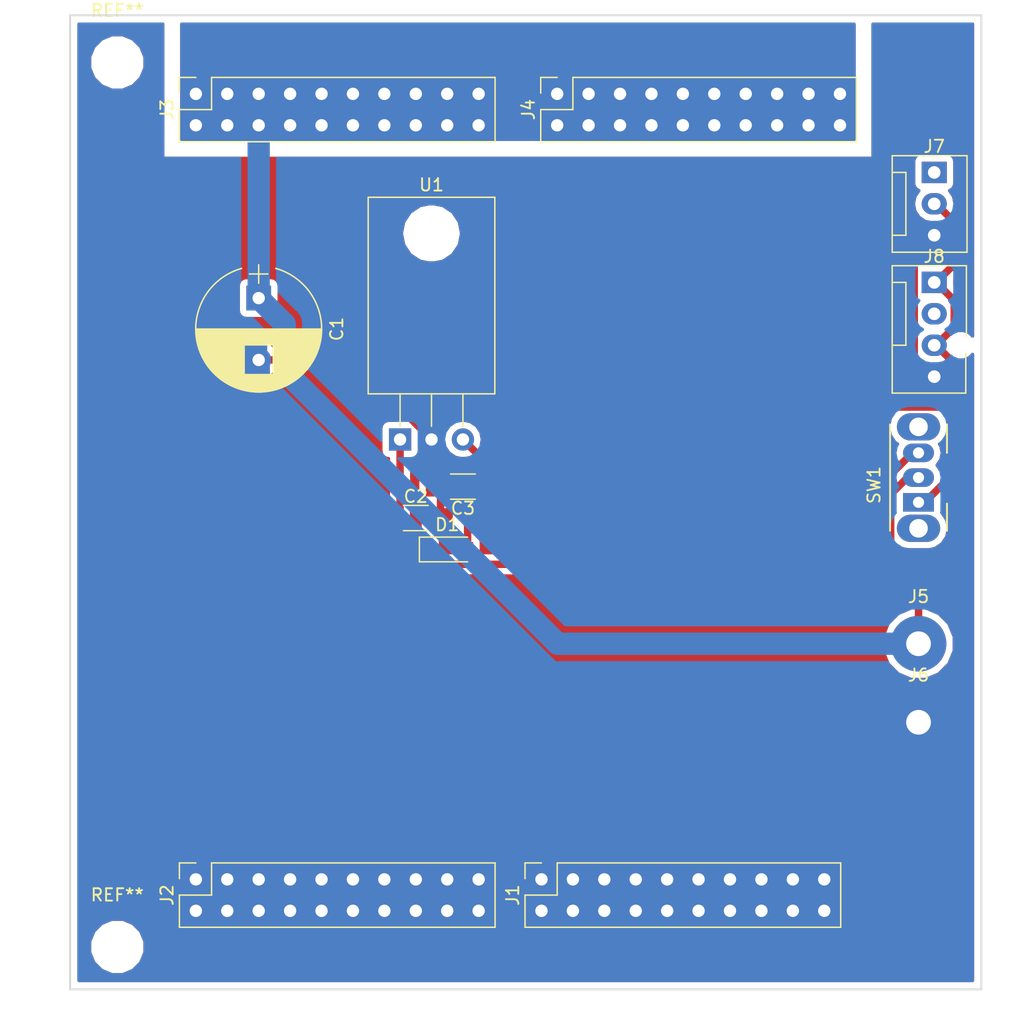
<source format=kicad_pcb>
(kicad_pcb (version 20171130) (host pcbnew 5.0.0)

  (general
    (thickness 1.6)
    (drawings 4)
    (tracks 61)
    (zones 0)
    (modules 16)
    (nets 7)
  )

  (page A4)
  (layers
    (0 F.Cu signal)
    (31 B.Cu signal)
    (32 B.Adhes user)
    (33 F.Adhes user)
    (34 B.Paste user)
    (35 F.Paste user)
    (36 B.SilkS user)
    (37 F.SilkS user)
    (38 B.Mask user)
    (39 F.Mask user)
    (40 Dwgs.User user)
    (41 Cmts.User user)
    (42 Eco1.User user)
    (43 Eco2.User user)
    (44 Edge.Cuts user)
    (45 Margin user)
    (46 B.CrtYd user)
    (47 F.CrtYd user)
    (48 B.Fab user)
    (49 F.Fab user)
  )

  (setup
    (last_trace_width 0.25)
    (user_trace_width 0.6)
    (user_trace_width 1.8)
    (trace_clearance 0.2)
    (zone_clearance 0.508)
    (zone_45_only no)
    (trace_min 0.2)
    (segment_width 0.2)
    (edge_width 0.15)
    (via_size 0.8)
    (via_drill 0.4)
    (via_min_size 0.4)
    (via_min_drill 0.3)
    (uvia_size 0.3)
    (uvia_drill 0.1)
    (uvias_allowed no)
    (uvia_min_size 0.2)
    (uvia_min_drill 0.1)
    (pcb_text_width 0.3)
    (pcb_text_size 1.5 1.5)
    (mod_edge_width 0.15)
    (mod_text_size 1 1)
    (mod_text_width 0.15)
    (pad_size 1.524 1.524)
    (pad_drill 0.762)
    (pad_to_mask_clearance 0.2)
    (aux_axis_origin 0 0)
    (visible_elements FFFFFF7F)
    (pcbplotparams
      (layerselection 0x010f0_ffffffff)
      (usegerberextensions true)
      (usegerberattributes false)
      (usegerberadvancedattributes false)
      (creategerberjobfile false)
      (excludeedgelayer true)
      (linewidth 0.100000)
      (plotframeref false)
      (viasonmask false)
      (mode 1)
      (useauxorigin false)
      (hpglpennumber 1)
      (hpglpenspeed 20)
      (hpglpendiameter 15.000000)
      (psnegative false)
      (psa4output false)
      (plotreference true)
      (plotvalue true)
      (plotinvisibletext false)
      (padsonsilk false)
      (subtractmaskfromsilk false)
      (outputformat 1)
      (mirror false)
      (drillshape 0)
      (scaleselection 1)
      (outputdirectory "gerber/"))
  )

  (net 0 "")
  (net 1 +24V)
  (net 2 GNDPWR)
  (net 3 "Net-(C2-Pad1)")
  (net 4 +12V)
  (net 5 "Net-(J7-Pad1)")
  (net 6 "Net-(J8-Pad2)")

  (net_class Default "これはデフォルトのネット クラスです。"
    (clearance 0.2)
    (trace_width 0.25)
    (via_dia 0.8)
    (via_drill 0.4)
    (uvia_dia 0.3)
    (uvia_drill 0.1)
    (add_net +12V)
    (add_net +24V)
    (add_net GNDPWR)
    (add_net "Net-(C2-Pad1)")
    (add_net "Net-(J7-Pad1)")
    (add_net "Net-(J8-Pad2)")
  )

  (module Capacitors_THT:CP_Radial_D10.0mm_P5.00mm (layer F.Cu) (tedit 5B9DCDFE) (tstamp 5BAE3EE7)
    (at 5.08 16.51 270)
    (descr "CP, Radial series, Radial, pin pitch=5.00mm, , diameter=10mm, Electrolytic Capacitor")
    (tags "CP Radial series Radial pin pitch 5.00mm  diameter 10mm Electrolytic Capacitor")
    (path /5BA74E4C)
    (fp_text reference C1 (at 2.5 -6.31 270) (layer F.SilkS)
      (effects (font (size 1 1) (thickness 0.15)))
    )
    (fp_text value CP (at 2.5 6.31 270) (layer F.Fab)
      (effects (font (size 1 1) (thickness 0.15)))
    )
    (fp_arc (start 2.5 0) (end -2.399357 -1.38) (angle 148.5) (layer F.SilkS) (width 0.12))
    (fp_arc (start 2.5 0) (end -2.399357 1.38) (angle -148.5) (layer F.SilkS) (width 0.12))
    (fp_arc (start 2.5 0) (end 7.399357 -1.38) (angle 31.5) (layer F.SilkS) (width 0.12))
    (fp_circle (center 2.5 0) (end 7.5 0) (layer F.Fab) (width 0.1))
    (fp_line (start -2.7 0) (end -1.2 0) (layer F.Fab) (width 0.1))
    (fp_line (start -1.95 -0.75) (end -1.95 0.75) (layer F.Fab) (width 0.1))
    (fp_line (start 2.5 -5.05) (end 2.5 5.05) (layer F.SilkS) (width 0.12))
    (fp_line (start 2.54 -5.05) (end 2.54 5.05) (layer F.SilkS) (width 0.12))
    (fp_line (start 2.58 -5.05) (end 2.58 5.05) (layer F.SilkS) (width 0.12))
    (fp_line (start 2.62 -5.049) (end 2.62 5.049) (layer F.SilkS) (width 0.12))
    (fp_line (start 2.66 -5.048) (end 2.66 5.048) (layer F.SilkS) (width 0.12))
    (fp_line (start 2.7 -5.047) (end 2.7 5.047) (layer F.SilkS) (width 0.12))
    (fp_line (start 2.74 -5.045) (end 2.74 5.045) (layer F.SilkS) (width 0.12))
    (fp_line (start 2.78 -5.043) (end 2.78 5.043) (layer F.SilkS) (width 0.12))
    (fp_line (start 2.82 -5.04) (end 2.82 5.04) (layer F.SilkS) (width 0.12))
    (fp_line (start 2.86 -5.038) (end 2.86 5.038) (layer F.SilkS) (width 0.12))
    (fp_line (start 2.9 -5.035) (end 2.9 5.035) (layer F.SilkS) (width 0.12))
    (fp_line (start 2.94 -5.031) (end 2.94 5.031) (layer F.SilkS) (width 0.12))
    (fp_line (start 2.98 -5.028) (end 2.98 5.028) (layer F.SilkS) (width 0.12))
    (fp_line (start 3.02 -5.024) (end 3.02 5.024) (layer F.SilkS) (width 0.12))
    (fp_line (start 3.06 -5.02) (end 3.06 5.02) (layer F.SilkS) (width 0.12))
    (fp_line (start 3.1 -5.015) (end 3.1 5.015) (layer F.SilkS) (width 0.12))
    (fp_line (start 3.14 -5.01) (end 3.14 5.01) (layer F.SilkS) (width 0.12))
    (fp_line (start 3.18 -5.005) (end 3.18 5.005) (layer F.SilkS) (width 0.12))
    (fp_line (start 3.221 -4.999) (end 3.221 4.999) (layer F.SilkS) (width 0.12))
    (fp_line (start 3.261 -4.993) (end 3.261 4.993) (layer F.SilkS) (width 0.12))
    (fp_line (start 3.301 -4.987) (end 3.301 4.987) (layer F.SilkS) (width 0.12))
    (fp_line (start 3.341 -4.981) (end 3.341 4.981) (layer F.SilkS) (width 0.12))
    (fp_line (start 3.381 -4.974) (end 3.381 4.974) (layer F.SilkS) (width 0.12))
    (fp_line (start 3.421 -4.967) (end 3.421 4.967) (layer F.SilkS) (width 0.12))
    (fp_line (start 3.461 -4.959) (end 3.461 4.959) (layer F.SilkS) (width 0.12))
    (fp_line (start 3.501 -4.951) (end 3.501 4.951) (layer F.SilkS) (width 0.12))
    (fp_line (start 3.541 -4.943) (end 3.541 4.943) (layer F.SilkS) (width 0.12))
    (fp_line (start 3.581 -4.935) (end 3.581 4.935) (layer F.SilkS) (width 0.12))
    (fp_line (start 3.621 -4.926) (end 3.621 4.926) (layer F.SilkS) (width 0.12))
    (fp_line (start 3.661 -4.917) (end 3.661 4.917) (layer F.SilkS) (width 0.12))
    (fp_line (start 3.701 -4.907) (end 3.701 4.907) (layer F.SilkS) (width 0.12))
    (fp_line (start 3.741 -4.897) (end 3.741 4.897) (layer F.SilkS) (width 0.12))
    (fp_line (start 3.781 -4.887) (end 3.781 4.887) (layer F.SilkS) (width 0.12))
    (fp_line (start 3.821 -4.876) (end 3.821 -1.181) (layer F.SilkS) (width 0.12))
    (fp_line (start 3.821 1.181) (end 3.821 4.876) (layer F.SilkS) (width 0.12))
    (fp_line (start 3.861 -4.865) (end 3.861 -1.181) (layer F.SilkS) (width 0.12))
    (fp_line (start 3.861 1.181) (end 3.861 4.865) (layer F.SilkS) (width 0.12))
    (fp_line (start 3.901 -4.854) (end 3.901 -1.181) (layer F.SilkS) (width 0.12))
    (fp_line (start 3.901 1.181) (end 3.901 4.854) (layer F.SilkS) (width 0.12))
    (fp_line (start 3.941 -4.843) (end 3.941 -1.181) (layer F.SilkS) (width 0.12))
    (fp_line (start 3.941 1.181) (end 3.941 4.843) (layer F.SilkS) (width 0.12))
    (fp_line (start 3.981 -4.831) (end 3.981 -1.181) (layer F.SilkS) (width 0.12))
    (fp_line (start 3.981 1.181) (end 3.981 4.831) (layer F.SilkS) (width 0.12))
    (fp_line (start 4.021 -4.818) (end 4.021 -1.181) (layer F.SilkS) (width 0.12))
    (fp_line (start 4.021 1.181) (end 4.021 4.818) (layer F.SilkS) (width 0.12))
    (fp_line (start 4.061 -4.806) (end 4.061 -1.181) (layer F.SilkS) (width 0.12))
    (fp_line (start 4.061 1.181) (end 4.061 4.806) (layer F.SilkS) (width 0.12))
    (fp_line (start 4.101 -4.792) (end 4.101 -1.181) (layer F.SilkS) (width 0.12))
    (fp_line (start 4.101 1.181) (end 4.101 4.792) (layer F.SilkS) (width 0.12))
    (fp_line (start 4.141 -4.779) (end 4.141 -1.181) (layer F.SilkS) (width 0.12))
    (fp_line (start 4.141 1.181) (end 4.141 4.779) (layer F.SilkS) (width 0.12))
    (fp_line (start 4.181 -4.765) (end 4.181 -1.181) (layer F.SilkS) (width 0.12))
    (fp_line (start 4.181 1.181) (end 4.181 4.765) (layer F.SilkS) (width 0.12))
    (fp_line (start 4.221 -4.751) (end 4.221 -1.181) (layer F.SilkS) (width 0.12))
    (fp_line (start 4.221 1.181) (end 4.221 4.751) (layer F.SilkS) (width 0.12))
    (fp_line (start 4.261 -4.737) (end 4.261 -1.181) (layer F.SilkS) (width 0.12))
    (fp_line (start 4.261 1.181) (end 4.261 4.737) (layer F.SilkS) (width 0.12))
    (fp_line (start 4.301 -4.722) (end 4.301 -1.181) (layer F.SilkS) (width 0.12))
    (fp_line (start 4.301 1.181) (end 4.301 4.722) (layer F.SilkS) (width 0.12))
    (fp_line (start 4.341 -4.706) (end 4.341 -1.181) (layer F.SilkS) (width 0.12))
    (fp_line (start 4.341 1.181) (end 4.341 4.706) (layer F.SilkS) (width 0.12))
    (fp_line (start 4.381 -4.691) (end 4.381 -1.181) (layer F.SilkS) (width 0.12))
    (fp_line (start 4.381 1.181) (end 4.381 4.691) (layer F.SilkS) (width 0.12))
    (fp_line (start 4.421 -4.674) (end 4.421 -1.181) (layer F.SilkS) (width 0.12))
    (fp_line (start 4.421 1.181) (end 4.421 4.674) (layer F.SilkS) (width 0.12))
    (fp_line (start 4.461 -4.658) (end 4.461 -1.181) (layer F.SilkS) (width 0.12))
    (fp_line (start 4.461 1.181) (end 4.461 4.658) (layer F.SilkS) (width 0.12))
    (fp_line (start 4.501 -4.641) (end 4.501 -1.181) (layer F.SilkS) (width 0.12))
    (fp_line (start 4.501 1.181) (end 4.501 4.641) (layer F.SilkS) (width 0.12))
    (fp_line (start 4.541 -4.624) (end 4.541 -1.181) (layer F.SilkS) (width 0.12))
    (fp_line (start 4.541 1.181) (end 4.541 4.624) (layer F.SilkS) (width 0.12))
    (fp_line (start 4.581 -4.606) (end 4.581 -1.181) (layer F.SilkS) (width 0.12))
    (fp_line (start 4.581 1.181) (end 4.581 4.606) (layer F.SilkS) (width 0.12))
    (fp_line (start 4.621 -4.588) (end 4.621 -1.181) (layer F.SilkS) (width 0.12))
    (fp_line (start 4.621 1.181) (end 4.621 4.588) (layer F.SilkS) (width 0.12))
    (fp_line (start 4.661 -4.569) (end 4.661 -1.181) (layer F.SilkS) (width 0.12))
    (fp_line (start 4.661 1.181) (end 4.661 4.569) (layer F.SilkS) (width 0.12))
    (fp_line (start 4.701 -4.55) (end 4.701 -1.181) (layer F.SilkS) (width 0.12))
    (fp_line (start 4.701 1.181) (end 4.701 4.55) (layer F.SilkS) (width 0.12))
    (fp_line (start 4.741 -4.531) (end 4.741 -1.181) (layer F.SilkS) (width 0.12))
    (fp_line (start 4.741 1.181) (end 4.741 4.531) (layer F.SilkS) (width 0.12))
    (fp_line (start 4.781 -4.511) (end 4.781 -1.181) (layer F.SilkS) (width 0.12))
    (fp_line (start 4.781 1.181) (end 4.781 4.511) (layer F.SilkS) (width 0.12))
    (fp_line (start 4.821 -4.491) (end 4.821 -1.181) (layer F.SilkS) (width 0.12))
    (fp_line (start 4.821 1.181) (end 4.821 4.491) (layer F.SilkS) (width 0.12))
    (fp_line (start 4.861 -4.47) (end 4.861 -1.181) (layer F.SilkS) (width 0.12))
    (fp_line (start 4.861 1.181) (end 4.861 4.47) (layer F.SilkS) (width 0.12))
    (fp_line (start 4.901 -4.449) (end 4.901 -1.181) (layer F.SilkS) (width 0.12))
    (fp_line (start 4.901 1.181) (end 4.901 4.449) (layer F.SilkS) (width 0.12))
    (fp_line (start 4.941 -4.428) (end 4.941 -1.181) (layer F.SilkS) (width 0.12))
    (fp_line (start 4.941 1.181) (end 4.941 4.428) (layer F.SilkS) (width 0.12))
    (fp_line (start 4.981 -4.405) (end 4.981 -1.181) (layer F.SilkS) (width 0.12))
    (fp_line (start 4.981 1.181) (end 4.981 4.405) (layer F.SilkS) (width 0.12))
    (fp_line (start 5.021 -4.383) (end 5.021 -1.181) (layer F.SilkS) (width 0.12))
    (fp_line (start 5.021 1.181) (end 5.021 4.383) (layer F.SilkS) (width 0.12))
    (fp_line (start 5.061 -4.36) (end 5.061 -1.181) (layer F.SilkS) (width 0.12))
    (fp_line (start 5.061 1.181) (end 5.061 4.36) (layer F.SilkS) (width 0.12))
    (fp_line (start 5.101 -4.336) (end 5.101 -1.181) (layer F.SilkS) (width 0.12))
    (fp_line (start 5.101 1.181) (end 5.101 4.336) (layer F.SilkS) (width 0.12))
    (fp_line (start 5.141 -4.312) (end 5.141 -1.181) (layer F.SilkS) (width 0.12))
    (fp_line (start 5.141 1.181) (end 5.141 4.312) (layer F.SilkS) (width 0.12))
    (fp_line (start 5.181 -4.288) (end 5.181 -1.181) (layer F.SilkS) (width 0.12))
    (fp_line (start 5.181 1.181) (end 5.181 4.288) (layer F.SilkS) (width 0.12))
    (fp_line (start 5.221 -4.263) (end 5.221 -1.181) (layer F.SilkS) (width 0.12))
    (fp_line (start 5.221 1.181) (end 5.221 4.263) (layer F.SilkS) (width 0.12))
    (fp_line (start 5.261 -4.237) (end 5.261 -1.181) (layer F.SilkS) (width 0.12))
    (fp_line (start 5.261 1.181) (end 5.261 4.237) (layer F.SilkS) (width 0.12))
    (fp_line (start 5.301 -4.211) (end 5.301 -1.181) (layer F.SilkS) (width 0.12))
    (fp_line (start 5.301 1.181) (end 5.301 4.211) (layer F.SilkS) (width 0.12))
    (fp_line (start 5.341 -4.185) (end 5.341 -1.181) (layer F.SilkS) (width 0.12))
    (fp_line (start 5.341 1.181) (end 5.341 4.185) (layer F.SilkS) (width 0.12))
    (fp_line (start 5.381 -4.157) (end 5.381 -1.181) (layer F.SilkS) (width 0.12))
    (fp_line (start 5.381 1.181) (end 5.381 4.157) (layer F.SilkS) (width 0.12))
    (fp_line (start 5.421 -4.13) (end 5.421 -1.181) (layer F.SilkS) (width 0.12))
    (fp_line (start 5.421 1.181) (end 5.421 4.13) (layer F.SilkS) (width 0.12))
    (fp_line (start 5.461 -4.101) (end 5.461 -1.181) (layer F.SilkS) (width 0.12))
    (fp_line (start 5.461 1.181) (end 5.461 4.101) (layer F.SilkS) (width 0.12))
    (fp_line (start 5.501 -4.072) (end 5.501 -1.181) (layer F.SilkS) (width 0.12))
    (fp_line (start 5.501 1.181) (end 5.501 4.072) (layer F.SilkS) (width 0.12))
    (fp_line (start 5.541 -4.043) (end 5.541 -1.181) (layer F.SilkS) (width 0.12))
    (fp_line (start 5.541 1.181) (end 5.541 4.043) (layer F.SilkS) (width 0.12))
    (fp_line (start 5.581 -4.013) (end 5.581 -1.181) (layer F.SilkS) (width 0.12))
    (fp_line (start 5.581 1.181) (end 5.581 4.013) (layer F.SilkS) (width 0.12))
    (fp_line (start 5.621 -3.982) (end 5.621 -1.181) (layer F.SilkS) (width 0.12))
    (fp_line (start 5.621 1.181) (end 5.621 3.982) (layer F.SilkS) (width 0.12))
    (fp_line (start 5.661 -3.951) (end 5.661 -1.181) (layer F.SilkS) (width 0.12))
    (fp_line (start 5.661 1.181) (end 5.661 3.951) (layer F.SilkS) (width 0.12))
    (fp_line (start 5.701 -3.919) (end 5.701 -1.181) (layer F.SilkS) (width 0.12))
    (fp_line (start 5.701 1.181) (end 5.701 3.919) (layer F.SilkS) (width 0.12))
    (fp_line (start 5.741 -3.886) (end 5.741 -1.181) (layer F.SilkS) (width 0.12))
    (fp_line (start 5.741 1.181) (end 5.741 3.886) (layer F.SilkS) (width 0.12))
    (fp_line (start 5.781 -3.853) (end 5.781 -1.181) (layer F.SilkS) (width 0.12))
    (fp_line (start 5.781 1.181) (end 5.781 3.853) (layer F.SilkS) (width 0.12))
    (fp_line (start 5.821 -3.819) (end 5.821 -1.181) (layer F.SilkS) (width 0.12))
    (fp_line (start 5.821 1.181) (end 5.821 3.819) (layer F.SilkS) (width 0.12))
    (fp_line (start 5.861 -3.784) (end 5.861 -1.181) (layer F.SilkS) (width 0.12))
    (fp_line (start 5.861 1.181) (end 5.861 3.784) (layer F.SilkS) (width 0.12))
    (fp_line (start 5.901 -3.748) (end 5.901 -1.181) (layer F.SilkS) (width 0.12))
    (fp_line (start 5.901 1.181) (end 5.901 3.748) (layer F.SilkS) (width 0.12))
    (fp_line (start 5.941 -3.712) (end 5.941 -1.181) (layer F.SilkS) (width 0.12))
    (fp_line (start 5.941 1.181) (end 5.941 3.712) (layer F.SilkS) (width 0.12))
    (fp_line (start 5.981 -3.675) (end 5.981 -1.181) (layer F.SilkS) (width 0.12))
    (fp_line (start 5.981 1.181) (end 5.981 3.675) (layer F.SilkS) (width 0.12))
    (fp_line (start 6.021 -3.637) (end 6.021 -1.181) (layer F.SilkS) (width 0.12))
    (fp_line (start 6.021 1.181) (end 6.021 3.637) (layer F.SilkS) (width 0.12))
    (fp_line (start 6.061 -3.598) (end 6.061 -1.181) (layer F.SilkS) (width 0.12))
    (fp_line (start 6.061 1.181) (end 6.061 3.598) (layer F.SilkS) (width 0.12))
    (fp_line (start 6.101 -3.559) (end 6.101 -1.181) (layer F.SilkS) (width 0.12))
    (fp_line (start 6.101 1.181) (end 6.101 3.559) (layer F.SilkS) (width 0.12))
    (fp_line (start 6.141 -3.518) (end 6.141 -1.181) (layer F.SilkS) (width 0.12))
    (fp_line (start 6.141 1.181) (end 6.141 3.518) (layer F.SilkS) (width 0.12))
    (fp_line (start 6.181 -3.477) (end 6.181 3.477) (layer F.SilkS) (width 0.12))
    (fp_line (start 6.221 -3.435) (end 6.221 3.435) (layer F.SilkS) (width 0.12))
    (fp_line (start 6.261 -3.391) (end 6.261 3.391) (layer F.SilkS) (width 0.12))
    (fp_line (start 6.301 -3.347) (end 6.301 3.347) (layer F.SilkS) (width 0.12))
    (fp_line (start 6.341 -3.302) (end 6.341 3.302) (layer F.SilkS) (width 0.12))
    (fp_line (start 6.381 -3.255) (end 6.381 3.255) (layer F.SilkS) (width 0.12))
    (fp_line (start 6.421 -3.207) (end 6.421 3.207) (layer F.SilkS) (width 0.12))
    (fp_line (start 6.461 -3.158) (end 6.461 3.158) (layer F.SilkS) (width 0.12))
    (fp_line (start 6.501 -3.108) (end 6.501 3.108) (layer F.SilkS) (width 0.12))
    (fp_line (start 6.541 -3.057) (end 6.541 3.057) (layer F.SilkS) (width 0.12))
    (fp_line (start 6.581 -3.004) (end 6.581 3.004) (layer F.SilkS) (width 0.12))
    (fp_line (start 6.621 -2.949) (end 6.621 2.949) (layer F.SilkS) (width 0.12))
    (fp_line (start 6.661 -2.894) (end 6.661 2.894) (layer F.SilkS) (width 0.12))
    (fp_line (start 6.701 -2.836) (end 6.701 2.836) (layer F.SilkS) (width 0.12))
    (fp_line (start 6.741 -2.777) (end 6.741 2.777) (layer F.SilkS) (width 0.12))
    (fp_line (start 6.781 -2.715) (end 6.781 2.715) (layer F.SilkS) (width 0.12))
    (fp_line (start 6.821 -2.652) (end 6.821 2.652) (layer F.SilkS) (width 0.12))
    (fp_line (start 6.861 -2.587) (end 6.861 2.587) (layer F.SilkS) (width 0.12))
    (fp_line (start 6.901 -2.519) (end 6.901 2.519) (layer F.SilkS) (width 0.12))
    (fp_line (start 6.941 -2.449) (end 6.941 2.449) (layer F.SilkS) (width 0.12))
    (fp_line (start 6.981 -2.377) (end 6.981 2.377) (layer F.SilkS) (width 0.12))
    (fp_line (start 7.021 -2.301) (end 7.021 2.301) (layer F.SilkS) (width 0.12))
    (fp_line (start 7.061 -2.222) (end 7.061 2.222) (layer F.SilkS) (width 0.12))
    (fp_line (start 7.101 -2.14) (end 7.101 2.14) (layer F.SilkS) (width 0.12))
    (fp_line (start 7.141 -2.053) (end 7.141 2.053) (layer F.SilkS) (width 0.12))
    (fp_line (start 7.181 -1.962) (end 7.181 1.962) (layer F.SilkS) (width 0.12))
    (fp_line (start 7.221 -1.866) (end 7.221 1.866) (layer F.SilkS) (width 0.12))
    (fp_line (start 7.261 -1.763) (end 7.261 1.763) (layer F.SilkS) (width 0.12))
    (fp_line (start 7.301 -1.654) (end 7.301 1.654) (layer F.SilkS) (width 0.12))
    (fp_line (start 7.341 -1.536) (end 7.341 1.536) (layer F.SilkS) (width 0.12))
    (fp_line (start 7.381 -1.407) (end 7.381 1.407) (layer F.SilkS) (width 0.12))
    (fp_line (start 7.421 -1.265) (end 7.421 1.265) (layer F.SilkS) (width 0.12))
    (fp_line (start 7.461 -1.104) (end 7.461 1.104) (layer F.SilkS) (width 0.12))
    (fp_line (start 7.501 -0.913) (end 7.501 0.913) (layer F.SilkS) (width 0.12))
    (fp_line (start 7.541 -0.672) (end 7.541 0.672) (layer F.SilkS) (width 0.12))
    (fp_line (start 7.581 -0.279) (end 7.581 0.279) (layer F.SilkS) (width 0.12))
    (fp_line (start -2.7 0) (end -1.2 0) (layer F.SilkS) (width 0.12))
    (fp_line (start -1.95 -0.75) (end -1.95 0.75) (layer F.SilkS) (width 0.12))
    (fp_line (start -2.85 -5.35) (end -2.85 5.35) (layer F.CrtYd) (width 0.05))
    (fp_line (start -2.85 5.35) (end 7.85 5.35) (layer F.CrtYd) (width 0.05))
    (fp_line (start 7.85 5.35) (end 7.85 -5.35) (layer F.CrtYd) (width 0.05))
    (fp_line (start 7.85 -5.35) (end -2.85 -5.35) (layer F.CrtYd) (width 0.05))
    (fp_text user %R (at 2.5 0 270) (layer F.Fab)
      (effects (font (size 1 1) (thickness 0.15)))
    )
    (pad 1 thru_hole rect (at 0 0 270) (size 2 2) (drill 1) (layers *.Cu *.Mask)
      (net 1 +24V))
    (pad 2 thru_hole circle (at 5 0 270) (size 2 2) (drill 1) (layers *.Cu *.Mask)
      (net 2 GNDPWR))
    (model ${KISYS3DMOD}/Capacitors_THT.3dshapes/CP_Radial_D10.0mm_P5.00mm.wrl
      (at (xyz 0 0 0))
      (scale (xyz 1 1 1))
      (rotate (xyz 0 0 0))
    )
    (model ${KISYS3DMOD}/Capacitor_THT.3dshapes/CP_Radial_D10.0mm_P5.00mm.wrl
      (at (xyz 0 0 0))
      (scale (xyz 1 1 1))
      (rotate (xyz 0 0 0))
    )
  )

  (module Capacitors_SMD:C_1206_HandSoldering (layer F.Cu) (tedit 58AA84D1) (tstamp 5BAE3EF8)
    (at 17.78 34.29)
    (descr "Capacitor SMD 1206, hand soldering")
    (tags "capacitor 1206")
    (path /5BAA5B17)
    (attr smd)
    (fp_text reference C2 (at 0 -1.75) (layer F.SilkS)
      (effects (font (size 1 1) (thickness 0.15)))
    )
    (fp_text value 10uF (at 0 2) (layer F.Fab)
      (effects (font (size 1 1) (thickness 0.15)))
    )
    (fp_text user %R (at 0 -1.75) (layer F.Fab)
      (effects (font (size 1 1) (thickness 0.15)))
    )
    (fp_line (start -1.6 0.8) (end -1.6 -0.8) (layer F.Fab) (width 0.1))
    (fp_line (start 1.6 0.8) (end -1.6 0.8) (layer F.Fab) (width 0.1))
    (fp_line (start 1.6 -0.8) (end 1.6 0.8) (layer F.Fab) (width 0.1))
    (fp_line (start -1.6 -0.8) (end 1.6 -0.8) (layer F.Fab) (width 0.1))
    (fp_line (start 1 -1.02) (end -1 -1.02) (layer F.SilkS) (width 0.12))
    (fp_line (start -1 1.02) (end 1 1.02) (layer F.SilkS) (width 0.12))
    (fp_line (start -3.25 -1.05) (end 3.25 -1.05) (layer F.CrtYd) (width 0.05))
    (fp_line (start -3.25 -1.05) (end -3.25 1.05) (layer F.CrtYd) (width 0.05))
    (fp_line (start 3.25 1.05) (end 3.25 -1.05) (layer F.CrtYd) (width 0.05))
    (fp_line (start 3.25 1.05) (end -3.25 1.05) (layer F.CrtYd) (width 0.05))
    (pad 1 smd rect (at -2 0) (size 2 1.6) (layers F.Cu F.Paste F.Mask)
      (net 3 "Net-(C2-Pad1)"))
    (pad 2 smd rect (at 2 0) (size 2 1.6) (layers F.Cu F.Paste F.Mask)
      (net 2 GNDPWR))
    (model Capacitors_SMD.3dshapes/C_1206.wrl
      (at (xyz 0 0 0))
      (scale (xyz 1 1 1))
      (rotate (xyz 0 0 0))
    )
  )

  (module Capacitors_SMD:C_1206_HandSoldering (layer F.Cu) (tedit 58AA84D1) (tstamp 5BAE3F09)
    (at 21.59 31.75 180)
    (descr "Capacitor SMD 1206, hand soldering")
    (tags "capacitor 1206")
    (path /5BAA5B66)
    (attr smd)
    (fp_text reference C3 (at 0 -1.75 180) (layer F.SilkS)
      (effects (font (size 1 1) (thickness 0.15)))
    )
    (fp_text value 10uF (at 0 2 180) (layer F.Fab)
      (effects (font (size 1 1) (thickness 0.15)))
    )
    (fp_line (start 3.25 1.05) (end -3.25 1.05) (layer F.CrtYd) (width 0.05))
    (fp_line (start 3.25 1.05) (end 3.25 -1.05) (layer F.CrtYd) (width 0.05))
    (fp_line (start -3.25 -1.05) (end -3.25 1.05) (layer F.CrtYd) (width 0.05))
    (fp_line (start -3.25 -1.05) (end 3.25 -1.05) (layer F.CrtYd) (width 0.05))
    (fp_line (start -1 1.02) (end 1 1.02) (layer F.SilkS) (width 0.12))
    (fp_line (start 1 -1.02) (end -1 -1.02) (layer F.SilkS) (width 0.12))
    (fp_line (start -1.6 -0.8) (end 1.6 -0.8) (layer F.Fab) (width 0.1))
    (fp_line (start 1.6 -0.8) (end 1.6 0.8) (layer F.Fab) (width 0.1))
    (fp_line (start 1.6 0.8) (end -1.6 0.8) (layer F.Fab) (width 0.1))
    (fp_line (start -1.6 0.8) (end -1.6 -0.8) (layer F.Fab) (width 0.1))
    (fp_text user %R (at 0 -1.75 180) (layer F.Fab)
      (effects (font (size 1 1) (thickness 0.15)))
    )
    (pad 2 smd rect (at 2 0 180) (size 2 1.6) (layers F.Cu F.Paste F.Mask)
      (net 2 GNDPWR))
    (pad 1 smd rect (at -2 0 180) (size 2 1.6) (layers F.Cu F.Paste F.Mask)
      (net 4 +12V))
    (model Capacitors_SMD.3dshapes/C_1206.wrl
      (at (xyz 0 0 0))
      (scale (xyz 1 1 1))
      (rotate (xyz 0 0 0))
    )
  )

  (module Diodes_SMD:D_SOD-123 (layer F.Cu) (tedit 58645DC7) (tstamp 5BAE3F22)
    (at 20.32 36.83)
    (descr SOD-123)
    (tags SOD-123)
    (path /5BACB838)
    (attr smd)
    (fp_text reference D1 (at 0 -2) (layer F.SilkS)
      (effects (font (size 1 1) (thickness 0.15)))
    )
    (fp_text value D (at 0 2.1) (layer F.Fab)
      (effects (font (size 1 1) (thickness 0.15)))
    )
    (fp_text user %R (at 0 -2) (layer F.Fab)
      (effects (font (size 1 1) (thickness 0.15)))
    )
    (fp_line (start -2.25 -1) (end -2.25 1) (layer F.SilkS) (width 0.12))
    (fp_line (start 0.25 0) (end 0.75 0) (layer F.Fab) (width 0.1))
    (fp_line (start 0.25 0.4) (end -0.35 0) (layer F.Fab) (width 0.1))
    (fp_line (start 0.25 -0.4) (end 0.25 0.4) (layer F.Fab) (width 0.1))
    (fp_line (start -0.35 0) (end 0.25 -0.4) (layer F.Fab) (width 0.1))
    (fp_line (start -0.35 0) (end -0.35 0.55) (layer F.Fab) (width 0.1))
    (fp_line (start -0.35 0) (end -0.35 -0.55) (layer F.Fab) (width 0.1))
    (fp_line (start -0.75 0) (end -0.35 0) (layer F.Fab) (width 0.1))
    (fp_line (start -1.4 0.9) (end -1.4 -0.9) (layer F.Fab) (width 0.1))
    (fp_line (start 1.4 0.9) (end -1.4 0.9) (layer F.Fab) (width 0.1))
    (fp_line (start 1.4 -0.9) (end 1.4 0.9) (layer F.Fab) (width 0.1))
    (fp_line (start -1.4 -0.9) (end 1.4 -0.9) (layer F.Fab) (width 0.1))
    (fp_line (start -2.35 -1.15) (end 2.35 -1.15) (layer F.CrtYd) (width 0.05))
    (fp_line (start 2.35 -1.15) (end 2.35 1.15) (layer F.CrtYd) (width 0.05))
    (fp_line (start 2.35 1.15) (end -2.35 1.15) (layer F.CrtYd) (width 0.05))
    (fp_line (start -2.35 -1.15) (end -2.35 1.15) (layer F.CrtYd) (width 0.05))
    (fp_line (start -2.25 1) (end 1.65 1) (layer F.SilkS) (width 0.12))
    (fp_line (start -2.25 -1) (end 1.65 -1) (layer F.SilkS) (width 0.12))
    (pad 1 smd rect (at -1.65 0) (size 0.9 1.2) (layers F.Cu F.Paste F.Mask)
      (net 3 "Net-(C2-Pad1)"))
    (pad 2 smd rect (at 1.65 0) (size 0.9 1.2) (layers F.Cu F.Paste F.Mask)
      (net 4 +12V))
    (model ${KISYS3DMOD}/Diodes_SMD.3dshapes/D_SOD-123.wrl
      (at (xyz 0 0 0))
      (scale (xyz 1 1 1))
      (rotate (xyz 0 0 0))
    )
  )

  (module Socket_Strips:Socket_Strip_Straight_2x10_Pitch2.54mm (layer F.Cu) (tedit 58CD5449) (tstamp 5BAE3F4B)
    (at 27.94 63.5 90)
    (descr "Through hole straight socket strip, 2x10, 2.54mm pitch, double rows")
    (tags "Through hole socket strip THT 2x10 2.54mm double row")
    (path /5BA49A08)
    (fp_text reference J1 (at -1.27 -2.33 90) (layer F.SilkS)
      (effects (font (size 1 1) (thickness 0.15)))
    )
    (fp_text value POWER_OUTPUT- (at -1.27 25.19 90) (layer F.Fab)
      (effects (font (size 1 1) (thickness 0.15)))
    )
    (fp_line (start -3.81 -1.27) (end -3.81 24.13) (layer F.Fab) (width 0.1))
    (fp_line (start -3.81 24.13) (end 1.27 24.13) (layer F.Fab) (width 0.1))
    (fp_line (start 1.27 24.13) (end 1.27 -1.27) (layer F.Fab) (width 0.1))
    (fp_line (start 1.27 -1.27) (end -3.81 -1.27) (layer F.Fab) (width 0.1))
    (fp_line (start 1.33 1.27) (end 1.33 24.19) (layer F.SilkS) (width 0.12))
    (fp_line (start 1.33 24.19) (end -3.87 24.19) (layer F.SilkS) (width 0.12))
    (fp_line (start -3.87 24.19) (end -3.87 -1.33) (layer F.SilkS) (width 0.12))
    (fp_line (start -3.87 -1.33) (end -1.27 -1.33) (layer F.SilkS) (width 0.12))
    (fp_line (start -1.27 -1.33) (end -1.27 1.27) (layer F.SilkS) (width 0.12))
    (fp_line (start -1.27 1.27) (end 1.33 1.27) (layer F.SilkS) (width 0.12))
    (fp_line (start 1.33 0) (end 1.33 -1.33) (layer F.SilkS) (width 0.12))
    (fp_line (start 1.33 -1.33) (end 0.06 -1.33) (layer F.SilkS) (width 0.12))
    (fp_line (start -4.35 -1.8) (end -4.35 24.65) (layer F.CrtYd) (width 0.05))
    (fp_line (start -4.35 24.65) (end 1.8 24.65) (layer F.CrtYd) (width 0.05))
    (fp_line (start 1.8 24.65) (end 1.8 -1.8) (layer F.CrtYd) (width 0.05))
    (fp_line (start 1.8 -1.8) (end -4.35 -1.8) (layer F.CrtYd) (width 0.05))
    (fp_text user %R (at -1.27 -2.33 90) (layer F.Fab)
      (effects (font (size 1 1) (thickness 0.15)))
    )
    (pad 1 thru_hole rect (at 0 0 90) (size 1.7 1.7) (drill 1) (layers *.Cu *.Mask)
      (net 2 GNDPWR))
    (pad 2 thru_hole oval (at -2.54 0 90) (size 1.7 1.7) (drill 1) (layers *.Cu *.Mask)
      (net 2 GNDPWR))
    (pad 3 thru_hole oval (at 0 2.54 90) (size 1.7 1.7) (drill 1) (layers *.Cu *.Mask)
      (net 2 GNDPWR))
    (pad 4 thru_hole oval (at -2.54 2.54 90) (size 1.7 1.7) (drill 1) (layers *.Cu *.Mask)
      (net 2 GNDPWR))
    (pad 5 thru_hole oval (at 0 5.08 90) (size 1.7 1.7) (drill 1) (layers *.Cu *.Mask)
      (net 2 GNDPWR))
    (pad 6 thru_hole oval (at -2.54 5.08 90) (size 1.7 1.7) (drill 1) (layers *.Cu *.Mask)
      (net 2 GNDPWR))
    (pad 7 thru_hole oval (at 0 7.62 90) (size 1.7 1.7) (drill 1) (layers *.Cu *.Mask)
      (net 2 GNDPWR))
    (pad 8 thru_hole oval (at -2.54 7.62 90) (size 1.7 1.7) (drill 1) (layers *.Cu *.Mask)
      (net 2 GNDPWR))
    (pad 9 thru_hole oval (at 0 10.16 90) (size 1.7 1.7) (drill 1) (layers *.Cu *.Mask)
      (net 2 GNDPWR))
    (pad 10 thru_hole oval (at -2.54 10.16 90) (size 1.7 1.7) (drill 1) (layers *.Cu *.Mask)
      (net 2 GNDPWR))
    (pad 11 thru_hole oval (at 0 12.7 90) (size 1.7 1.7) (drill 1) (layers *.Cu *.Mask)
      (net 2 GNDPWR))
    (pad 12 thru_hole oval (at -2.54 12.7 90) (size 1.7 1.7) (drill 1) (layers *.Cu *.Mask)
      (net 2 GNDPWR))
    (pad 13 thru_hole oval (at 0 15.24 90) (size 1.7 1.7) (drill 1) (layers *.Cu *.Mask)
      (net 2 GNDPWR))
    (pad 14 thru_hole oval (at -2.54 15.24 90) (size 1.7 1.7) (drill 1) (layers *.Cu *.Mask)
      (net 2 GNDPWR))
    (pad 15 thru_hole oval (at 0 17.78 90) (size 1.7 1.7) (drill 1) (layers *.Cu *.Mask)
      (net 2 GNDPWR))
    (pad 16 thru_hole oval (at -2.54 17.78 90) (size 1.7 1.7) (drill 1) (layers *.Cu *.Mask)
      (net 2 GNDPWR))
    (pad 17 thru_hole oval (at 0 20.32 90) (size 1.7 1.7) (drill 1) (layers *.Cu *.Mask)
      (net 2 GNDPWR))
    (pad 18 thru_hole oval (at -2.54 20.32 90) (size 1.7 1.7) (drill 1) (layers *.Cu *.Mask)
      (net 2 GNDPWR))
    (pad 19 thru_hole oval (at 0 22.86 90) (size 1.7 1.7) (drill 1) (layers *.Cu *.Mask)
      (net 2 GNDPWR))
    (pad 20 thru_hole oval (at -2.54 22.86 90) (size 1.7 1.7) (drill 1) (layers *.Cu *.Mask)
      (net 2 GNDPWR))
    (model ${KISYS3DMOD}/Socket_Strips.3dshapes/Socket_Strip_Straight_2x10_Pitch2.54mm.wrl
      (offset (xyz -1.269999980926514 -11.42999982833862 0))
      (scale (xyz 1 1 1))
      (rotate (xyz 0 0 270))
    )
  )

  (module Socket_Strips:Socket_Strip_Straight_2x10_Pitch2.54mm (layer F.Cu) (tedit 58CD5449) (tstamp 5BAE3F74)
    (at 0 63.5 90)
    (descr "Through hole straight socket strip, 2x10, 2.54mm pitch, double rows")
    (tags "Through hole socket strip THT 2x10 2.54mm double row")
    (path /5BA49A0F)
    (fp_text reference J2 (at -1.27 -2.33 90) (layer F.SilkS)
      (effects (font (size 1 1) (thickness 0.15)))
    )
    (fp_text value POWER_OUTPUT- (at -1.27 25.19 90) (layer F.Fab)
      (effects (font (size 1 1) (thickness 0.15)))
    )
    (fp_text user %R (at -1.27 -2.33 90) (layer F.Fab)
      (effects (font (size 1 1) (thickness 0.15)))
    )
    (fp_line (start 1.8 -1.8) (end -4.35 -1.8) (layer F.CrtYd) (width 0.05))
    (fp_line (start 1.8 24.65) (end 1.8 -1.8) (layer F.CrtYd) (width 0.05))
    (fp_line (start -4.35 24.65) (end 1.8 24.65) (layer F.CrtYd) (width 0.05))
    (fp_line (start -4.35 -1.8) (end -4.35 24.65) (layer F.CrtYd) (width 0.05))
    (fp_line (start 1.33 -1.33) (end 0.06 -1.33) (layer F.SilkS) (width 0.12))
    (fp_line (start 1.33 0) (end 1.33 -1.33) (layer F.SilkS) (width 0.12))
    (fp_line (start -1.27 1.27) (end 1.33 1.27) (layer F.SilkS) (width 0.12))
    (fp_line (start -1.27 -1.33) (end -1.27 1.27) (layer F.SilkS) (width 0.12))
    (fp_line (start -3.87 -1.33) (end -1.27 -1.33) (layer F.SilkS) (width 0.12))
    (fp_line (start -3.87 24.19) (end -3.87 -1.33) (layer F.SilkS) (width 0.12))
    (fp_line (start 1.33 24.19) (end -3.87 24.19) (layer F.SilkS) (width 0.12))
    (fp_line (start 1.33 1.27) (end 1.33 24.19) (layer F.SilkS) (width 0.12))
    (fp_line (start 1.27 -1.27) (end -3.81 -1.27) (layer F.Fab) (width 0.1))
    (fp_line (start 1.27 24.13) (end 1.27 -1.27) (layer F.Fab) (width 0.1))
    (fp_line (start -3.81 24.13) (end 1.27 24.13) (layer F.Fab) (width 0.1))
    (fp_line (start -3.81 -1.27) (end -3.81 24.13) (layer F.Fab) (width 0.1))
    (pad 20 thru_hole oval (at -2.54 22.86 90) (size 1.7 1.7) (drill 1) (layers *.Cu *.Mask)
      (net 2 GNDPWR))
    (pad 19 thru_hole oval (at 0 22.86 90) (size 1.7 1.7) (drill 1) (layers *.Cu *.Mask)
      (net 2 GNDPWR))
    (pad 18 thru_hole oval (at -2.54 20.32 90) (size 1.7 1.7) (drill 1) (layers *.Cu *.Mask)
      (net 2 GNDPWR))
    (pad 17 thru_hole oval (at 0 20.32 90) (size 1.7 1.7) (drill 1) (layers *.Cu *.Mask)
      (net 2 GNDPWR))
    (pad 16 thru_hole oval (at -2.54 17.78 90) (size 1.7 1.7) (drill 1) (layers *.Cu *.Mask)
      (net 2 GNDPWR))
    (pad 15 thru_hole oval (at 0 17.78 90) (size 1.7 1.7) (drill 1) (layers *.Cu *.Mask)
      (net 2 GNDPWR))
    (pad 14 thru_hole oval (at -2.54 15.24 90) (size 1.7 1.7) (drill 1) (layers *.Cu *.Mask)
      (net 2 GNDPWR))
    (pad 13 thru_hole oval (at 0 15.24 90) (size 1.7 1.7) (drill 1) (layers *.Cu *.Mask)
      (net 2 GNDPWR))
    (pad 12 thru_hole oval (at -2.54 12.7 90) (size 1.7 1.7) (drill 1) (layers *.Cu *.Mask)
      (net 2 GNDPWR))
    (pad 11 thru_hole oval (at 0 12.7 90) (size 1.7 1.7) (drill 1) (layers *.Cu *.Mask)
      (net 2 GNDPWR))
    (pad 10 thru_hole oval (at -2.54 10.16 90) (size 1.7 1.7) (drill 1) (layers *.Cu *.Mask)
      (net 2 GNDPWR))
    (pad 9 thru_hole oval (at 0 10.16 90) (size 1.7 1.7) (drill 1) (layers *.Cu *.Mask)
      (net 2 GNDPWR))
    (pad 8 thru_hole oval (at -2.54 7.62 90) (size 1.7 1.7) (drill 1) (layers *.Cu *.Mask)
      (net 2 GNDPWR))
    (pad 7 thru_hole oval (at 0 7.62 90) (size 1.7 1.7) (drill 1) (layers *.Cu *.Mask)
      (net 2 GNDPWR))
    (pad 6 thru_hole oval (at -2.54 5.08 90) (size 1.7 1.7) (drill 1) (layers *.Cu *.Mask)
      (net 2 GNDPWR))
    (pad 5 thru_hole oval (at 0 5.08 90) (size 1.7 1.7) (drill 1) (layers *.Cu *.Mask)
      (net 2 GNDPWR))
    (pad 4 thru_hole oval (at -2.54 2.54 90) (size 1.7 1.7) (drill 1) (layers *.Cu *.Mask)
      (net 2 GNDPWR))
    (pad 3 thru_hole oval (at 0 2.54 90) (size 1.7 1.7) (drill 1) (layers *.Cu *.Mask)
      (net 2 GNDPWR))
    (pad 2 thru_hole oval (at -2.54 0 90) (size 1.7 1.7) (drill 1) (layers *.Cu *.Mask)
      (net 2 GNDPWR))
    (pad 1 thru_hole rect (at 0 0 90) (size 1.7 1.7) (drill 1) (layers *.Cu *.Mask)
      (net 2 GNDPWR))
    (model ${KISYS3DMOD}/Socket_Strips.3dshapes/Socket_Strip_Straight_2x10_Pitch2.54mm.wrl
      (offset (xyz -1.269999980926514 -11.42999982833862 0))
      (scale (xyz 1 1 1))
      (rotate (xyz 0 0 270))
    )
  )

  (module Socket_Strips:Socket_Strip_Straight_2x10_Pitch2.54mm (layer F.Cu) (tedit 58CD5449) (tstamp 5BAE3F9D)
    (at 0 0 90)
    (descr "Through hole straight socket strip, 2x10, 2.54mm pitch, double rows")
    (tags "Through hole socket strip THT 2x10 2.54mm double row")
    (path /5BA679A0)
    (fp_text reference J3 (at -1.27 -2.33 90) (layer F.SilkS)
      (effects (font (size 1 1) (thickness 0.15)))
    )
    (fp_text value POWER_OUTPUT+ (at -1.27 25.19 90) (layer F.Fab)
      (effects (font (size 1 1) (thickness 0.15)))
    )
    (fp_line (start -3.81 -1.27) (end -3.81 24.13) (layer F.Fab) (width 0.1))
    (fp_line (start -3.81 24.13) (end 1.27 24.13) (layer F.Fab) (width 0.1))
    (fp_line (start 1.27 24.13) (end 1.27 -1.27) (layer F.Fab) (width 0.1))
    (fp_line (start 1.27 -1.27) (end -3.81 -1.27) (layer F.Fab) (width 0.1))
    (fp_line (start 1.33 1.27) (end 1.33 24.19) (layer F.SilkS) (width 0.12))
    (fp_line (start 1.33 24.19) (end -3.87 24.19) (layer F.SilkS) (width 0.12))
    (fp_line (start -3.87 24.19) (end -3.87 -1.33) (layer F.SilkS) (width 0.12))
    (fp_line (start -3.87 -1.33) (end -1.27 -1.33) (layer F.SilkS) (width 0.12))
    (fp_line (start -1.27 -1.33) (end -1.27 1.27) (layer F.SilkS) (width 0.12))
    (fp_line (start -1.27 1.27) (end 1.33 1.27) (layer F.SilkS) (width 0.12))
    (fp_line (start 1.33 0) (end 1.33 -1.33) (layer F.SilkS) (width 0.12))
    (fp_line (start 1.33 -1.33) (end 0.06 -1.33) (layer F.SilkS) (width 0.12))
    (fp_line (start -4.35 -1.8) (end -4.35 24.65) (layer F.CrtYd) (width 0.05))
    (fp_line (start -4.35 24.65) (end 1.8 24.65) (layer F.CrtYd) (width 0.05))
    (fp_line (start 1.8 24.65) (end 1.8 -1.8) (layer F.CrtYd) (width 0.05))
    (fp_line (start 1.8 -1.8) (end -4.35 -1.8) (layer F.CrtYd) (width 0.05))
    (fp_text user %R (at -1.27 -2.33 90) (layer F.Fab)
      (effects (font (size 1 1) (thickness 0.15)))
    )
    (pad 1 thru_hole rect (at 0 0 90) (size 1.7 1.7) (drill 1) (layers *.Cu *.Mask)
      (net 1 +24V))
    (pad 2 thru_hole oval (at -2.54 0 90) (size 1.7 1.7) (drill 1) (layers *.Cu *.Mask)
      (net 1 +24V))
    (pad 3 thru_hole oval (at 0 2.54 90) (size 1.7 1.7) (drill 1) (layers *.Cu *.Mask)
      (net 1 +24V))
    (pad 4 thru_hole oval (at -2.54 2.54 90) (size 1.7 1.7) (drill 1) (layers *.Cu *.Mask)
      (net 1 +24V))
    (pad 5 thru_hole oval (at 0 5.08 90) (size 1.7 1.7) (drill 1) (layers *.Cu *.Mask)
      (net 1 +24V))
    (pad 6 thru_hole oval (at -2.54 5.08 90) (size 1.7 1.7) (drill 1) (layers *.Cu *.Mask)
      (net 1 +24V))
    (pad 7 thru_hole oval (at 0 7.62 90) (size 1.7 1.7) (drill 1) (layers *.Cu *.Mask)
      (net 1 +24V))
    (pad 8 thru_hole oval (at -2.54 7.62 90) (size 1.7 1.7) (drill 1) (layers *.Cu *.Mask)
      (net 1 +24V))
    (pad 9 thru_hole oval (at 0 10.16 90) (size 1.7 1.7) (drill 1) (layers *.Cu *.Mask)
      (net 1 +24V))
    (pad 10 thru_hole oval (at -2.54 10.16 90) (size 1.7 1.7) (drill 1) (layers *.Cu *.Mask)
      (net 1 +24V))
    (pad 11 thru_hole oval (at 0 12.7 90) (size 1.7 1.7) (drill 1) (layers *.Cu *.Mask)
      (net 1 +24V))
    (pad 12 thru_hole oval (at -2.54 12.7 90) (size 1.7 1.7) (drill 1) (layers *.Cu *.Mask)
      (net 1 +24V))
    (pad 13 thru_hole oval (at 0 15.24 90) (size 1.7 1.7) (drill 1) (layers *.Cu *.Mask)
      (net 1 +24V))
    (pad 14 thru_hole oval (at -2.54 15.24 90) (size 1.7 1.7) (drill 1) (layers *.Cu *.Mask)
      (net 1 +24V))
    (pad 15 thru_hole oval (at 0 17.78 90) (size 1.7 1.7) (drill 1) (layers *.Cu *.Mask)
      (net 1 +24V))
    (pad 16 thru_hole oval (at -2.54 17.78 90) (size 1.7 1.7) (drill 1) (layers *.Cu *.Mask)
      (net 1 +24V))
    (pad 17 thru_hole oval (at 0 20.32 90) (size 1.7 1.7) (drill 1) (layers *.Cu *.Mask)
      (net 1 +24V))
    (pad 18 thru_hole oval (at -2.54 20.32 90) (size 1.7 1.7) (drill 1) (layers *.Cu *.Mask)
      (net 1 +24V))
    (pad 19 thru_hole oval (at 0 22.86 90) (size 1.7 1.7) (drill 1) (layers *.Cu *.Mask)
      (net 1 +24V))
    (pad 20 thru_hole oval (at -2.54 22.86 90) (size 1.7 1.7) (drill 1) (layers *.Cu *.Mask)
      (net 1 +24V))
    (model ${KISYS3DMOD}/Socket_Strips.3dshapes/Socket_Strip_Straight_2x10_Pitch2.54mm.wrl
      (offset (xyz -1.269999980926514 -11.42999982833862 0))
      (scale (xyz 1 1 1))
      (rotate (xyz 0 0 270))
    )
  )

  (module Socket_Strips:Socket_Strip_Straight_2x10_Pitch2.54mm (layer F.Cu) (tedit 58CD5449) (tstamp 5BB0E439)
    (at 29.21 0 90)
    (descr "Through hole straight socket strip, 2x10, 2.54mm pitch, double rows")
    (tags "Through hole socket strip THT 2x10 2.54mm double row")
    (path /5BA679A7)
    (fp_text reference J4 (at -1.27 -2.33 90) (layer F.SilkS)
      (effects (font (size 1 1) (thickness 0.15)))
    )
    (fp_text value POWER_OUTPUT+ (at -1.27 25.19 90) (layer F.Fab)
      (effects (font (size 1 1) (thickness 0.15)))
    )
    (fp_text user %R (at -1.27 -2.33 90) (layer F.Fab)
      (effects (font (size 1 1) (thickness 0.15)))
    )
    (fp_line (start 1.8 -1.8) (end -4.35 -1.8) (layer F.CrtYd) (width 0.05))
    (fp_line (start 1.8 24.65) (end 1.8 -1.8) (layer F.CrtYd) (width 0.05))
    (fp_line (start -4.35 24.65) (end 1.8 24.65) (layer F.CrtYd) (width 0.05))
    (fp_line (start -4.35 -1.8) (end -4.35 24.65) (layer F.CrtYd) (width 0.05))
    (fp_line (start 1.33 -1.33) (end 0.06 -1.33) (layer F.SilkS) (width 0.12))
    (fp_line (start 1.33 0) (end 1.33 -1.33) (layer F.SilkS) (width 0.12))
    (fp_line (start -1.27 1.27) (end 1.33 1.27) (layer F.SilkS) (width 0.12))
    (fp_line (start -1.27 -1.33) (end -1.27 1.27) (layer F.SilkS) (width 0.12))
    (fp_line (start -3.87 -1.33) (end -1.27 -1.33) (layer F.SilkS) (width 0.12))
    (fp_line (start -3.87 24.19) (end -3.87 -1.33) (layer F.SilkS) (width 0.12))
    (fp_line (start 1.33 24.19) (end -3.87 24.19) (layer F.SilkS) (width 0.12))
    (fp_line (start 1.33 1.27) (end 1.33 24.19) (layer F.SilkS) (width 0.12))
    (fp_line (start 1.27 -1.27) (end -3.81 -1.27) (layer F.Fab) (width 0.1))
    (fp_line (start 1.27 24.13) (end 1.27 -1.27) (layer F.Fab) (width 0.1))
    (fp_line (start -3.81 24.13) (end 1.27 24.13) (layer F.Fab) (width 0.1))
    (fp_line (start -3.81 -1.27) (end -3.81 24.13) (layer F.Fab) (width 0.1))
    (pad 20 thru_hole oval (at -2.54 22.86 90) (size 1.7 1.7) (drill 1) (layers *.Cu *.Mask)
      (net 1 +24V))
    (pad 19 thru_hole oval (at 0 22.86 90) (size 1.7 1.7) (drill 1) (layers *.Cu *.Mask)
      (net 1 +24V))
    (pad 18 thru_hole oval (at -2.54 20.32 90) (size 1.7 1.7) (drill 1) (layers *.Cu *.Mask)
      (net 1 +24V))
    (pad 17 thru_hole oval (at 0 20.32 90) (size 1.7 1.7) (drill 1) (layers *.Cu *.Mask)
      (net 1 +24V))
    (pad 16 thru_hole oval (at -2.54 17.78 90) (size 1.7 1.7) (drill 1) (layers *.Cu *.Mask)
      (net 1 +24V))
    (pad 15 thru_hole oval (at 0 17.78 90) (size 1.7 1.7) (drill 1) (layers *.Cu *.Mask)
      (net 1 +24V))
    (pad 14 thru_hole oval (at -2.54 15.24 90) (size 1.7 1.7) (drill 1) (layers *.Cu *.Mask)
      (net 1 +24V))
    (pad 13 thru_hole oval (at 0 15.24 90) (size 1.7 1.7) (drill 1) (layers *.Cu *.Mask)
      (net 1 +24V))
    (pad 12 thru_hole oval (at -2.54 12.7 90) (size 1.7 1.7) (drill 1) (layers *.Cu *.Mask)
      (net 1 +24V))
    (pad 11 thru_hole oval (at 0 12.7 90) (size 1.7 1.7) (drill 1) (layers *.Cu *.Mask)
      (net 1 +24V))
    (pad 10 thru_hole oval (at -2.54 10.16 90) (size 1.7 1.7) (drill 1) (layers *.Cu *.Mask)
      (net 1 +24V))
    (pad 9 thru_hole oval (at 0 10.16 90) (size 1.7 1.7) (drill 1) (layers *.Cu *.Mask)
      (net 1 +24V))
    (pad 8 thru_hole oval (at -2.54 7.62 90) (size 1.7 1.7) (drill 1) (layers *.Cu *.Mask)
      (net 1 +24V))
    (pad 7 thru_hole oval (at 0 7.62 90) (size 1.7 1.7) (drill 1) (layers *.Cu *.Mask)
      (net 1 +24V))
    (pad 6 thru_hole oval (at -2.54 5.08 90) (size 1.7 1.7) (drill 1) (layers *.Cu *.Mask)
      (net 1 +24V))
    (pad 5 thru_hole oval (at 0 5.08 90) (size 1.7 1.7) (drill 1) (layers *.Cu *.Mask)
      (net 1 +24V))
    (pad 4 thru_hole oval (at -2.54 2.54 90) (size 1.7 1.7) (drill 1) (layers *.Cu *.Mask)
      (net 1 +24V))
    (pad 3 thru_hole oval (at 0 2.54 90) (size 1.7 1.7) (drill 1) (layers *.Cu *.Mask)
      (net 1 +24V))
    (pad 2 thru_hole oval (at -2.54 0 90) (size 1.7 1.7) (drill 1) (layers *.Cu *.Mask)
      (net 1 +24V))
    (pad 1 thru_hole rect (at 0 0 90) (size 1.7 1.7) (drill 1) (layers *.Cu *.Mask)
      (net 1 +24V))
    (model ${KISYS3DMOD}/Socket_Strips.3dshapes/Socket_Strip_Straight_2x10_Pitch2.54mm.wrl
      (offset (xyz -1.269999980926514 -11.42999982833862 0))
      (scale (xyz 1 1 1))
      (rotate (xyz 0 0 270))
    )
  )

  (module Wire_Pads:SolderWirePad_single_2mmDrill (layer F.Cu) (tedit 0) (tstamp 5BAE3FCB)
    (at 58.42 44.45)
    (path /5BA750DB)
    (fp_text reference J5 (at 0 -3.81) (layer F.SilkS)
      (effects (font (size 1 1) (thickness 0.15)))
    )
    (fp_text value POWER_INPUT+ (at -0.635 3.81) (layer F.Fab)
      (effects (font (size 1 1) (thickness 0.15)))
    )
    (pad 1 thru_hole circle (at 0 0) (size 4.50088 4.50088) (drill 1.99898) (layers *.Cu *.Mask)
      (net 1 +24V))
  )

  (module Wire_Pads:SolderWirePad_single_2mmDrill (layer F.Cu) (tedit 0) (tstamp 5BAE3FD0)
    (at 58.42 50.8)
    (path /5BA7513B)
    (fp_text reference J6 (at 0 -3.81) (layer F.SilkS)
      (effects (font (size 1 1) (thickness 0.15)))
    )
    (fp_text value POWER_INPUT- (at -0.635 3.81) (layer F.Fab)
      (effects (font (size 1 1) (thickness 0.15)))
    )
    (pad 1 thru_hole circle (at 0 0) (size 4.50088 4.50088) (drill 1.99898) (layers *.Cu *.Mask)
      (net 2 GNDPWR))
  )

  (module Connectors:Fan_Pin_Header_Straight_1x03 (layer F.Cu) (tedit 58130A41) (tstamp 5BAE3FEA)
    (at 59.69 6.35)
    (descr "3-pin CPU fan Through hole pin header")
    (tags "pin header 3-pin CPU fan")
    (path /5BB0B369)
    (fp_text reference J7 (at 0 -2.1) (layer F.SilkS)
      (effects (font (size 1 1) (thickness 0.15)))
    )
    (fp_text value FAN_3pin (at 0 7.25) (layer F.Fab)
      (effects (font (size 1 1) (thickness 0.15)))
    )
    (fp_text user %R (at 0 -2.1) (layer F.Fab)
      (effects (font (size 1 1) (thickness 0.15)))
    )
    (fp_line (start -3.4 -1.35) (end 2.65 -1.35) (layer F.SilkS) (width 0.12))
    (fp_line (start 2.65 -1.35) (end 2.65 6.45) (layer F.SilkS) (width 0.12))
    (fp_line (start 2.65 6.45) (end -3.4 6.45) (layer F.SilkS) (width 0.12))
    (fp_line (start -3.4 6.45) (end -3.4 -1.35) (layer F.SilkS) (width 0.12))
    (fp_line (start -3.3 5.05) (end -2.3 5.05) (layer F.Fab) (width 0.1))
    (fp_line (start -2.3 5.05) (end -2.3 0) (layer F.Fab) (width 0.1))
    (fp_line (start -2.3 0) (end -3.3 0) (layer F.Fab) (width 0.1))
    (fp_line (start -3.3 -1.25) (end 2.55 -1.25) (layer F.Fab) (width 0.1))
    (fp_line (start 2.55 -1.25) (end 2.55 6.35) (layer F.Fab) (width 0.1))
    (fp_line (start 2.55 6.35) (end -3.3 6.35) (layer F.Fab) (width 0.1))
    (fp_line (start -3.3 6.35) (end -3.3 -1.25) (layer F.Fab) (width 0.1))
    (fp_line (start -3.3 0) (end -2.29 0) (layer F.SilkS) (width 0.12))
    (fp_line (start -2.29 0) (end -2.29 5.08) (layer F.SilkS) (width 0.12))
    (fp_line (start -2.29 5.08) (end -3.3 5.08) (layer F.SilkS) (width 0.12))
    (fp_line (start -3.8 -1.75) (end 3.05 -1.75) (layer F.CrtYd) (width 0.05))
    (fp_line (start -3.8 -1.75) (end -3.8 6.85) (layer F.CrtYd) (width 0.05))
    (fp_line (start 3.05 6.85) (end 3.05 -1.75) (layer F.CrtYd) (width 0.05))
    (fp_line (start 3.05 6.85) (end -3.8 6.85) (layer F.CrtYd) (width 0.05))
    (pad 1 thru_hole rect (at 0 0) (size 2.03 1.73) (drill 1.02) (layers *.Cu *.Mask)
      (net 5 "Net-(J7-Pad1)"))
    (pad 2 thru_hole oval (at 0 2.54) (size 2.03 1.73) (drill 1.02) (layers *.Cu *.Mask)
      (net 4 +12V))
    (pad 3 thru_hole oval (at 0 5.08) (size 2.03 1.73) (drill 1.02) (layers *.Cu *.Mask)
      (net 2 GNDPWR))
    (model Connectors.3dshapes\Fan_Pin_Header_Straight_1x03.wrl
      (at (xyz 0 0 0))
      (scale (xyz 0.39 0.39 0.39))
      (rotate (xyz 0 0 -90))
    )
  )

  (module Connectors:Fan_Pin_Header_Straight_1x04 (layer F.Cu) (tedit 58B1B768) (tstamp 5BAE4009)
    (at 59.69 15.24)
    (descr "4-pin CPU fan Through hole pin header")
    (tags "pin header 4-pin CPU fan")
    (path /5BB0B54E)
    (fp_text reference J8 (at 0 -2.1) (layer F.SilkS)
      (effects (font (size 1 1) (thickness 0.15)))
    )
    (fp_text value FAN_4pin (at 1.27 11.43) (layer F.Fab)
      (effects (font (size 1 1) (thickness 0.15)))
    )
    (fp_text user %R (at 0 -2.1) (layer F.Fab)
      (effects (font (size 1 1) (thickness 0.15)))
    )
    (fp_line (start 2.6 -1.35) (end 2.6 4.4) (layer F.SilkS) (width 0.12))
    (fp_line (start 2.55 5.75) (end 2.55 8.95) (layer F.SilkS) (width 0.12))
    (fp_line (start 2.55 8.95) (end -3.4 8.95) (layer F.SilkS) (width 0.12))
    (fp_line (start -3.4 8.95) (end -3.4 -1.35) (layer F.SilkS) (width 0.12))
    (fp_line (start -3.4 -1.35) (end 2.6 -1.35) (layer F.SilkS) (width 0.12))
    (fp_line (start -3.3 5.1) (end -2.3 5.1) (layer F.Fab) (width 0.1))
    (fp_line (start -2.3 5.1) (end -2.3 0) (layer F.Fab) (width 0.1))
    (fp_line (start -2.3 0) (end -3.3 0) (layer F.Fab) (width 0.1))
    (fp_line (start 2.5 5.75) (end 2.5 8.85) (layer F.Fab) (width 0.1))
    (fp_line (start 2.5 8.85) (end -3.3 8.85) (layer F.Fab) (width 0.1))
    (fp_line (start -3.3 8.85) (end -3.3 -1.2) (layer F.Fab) (width 0.1))
    (fp_line (start -3.3 -1.2) (end -3.3 -1.25) (layer F.Fab) (width 0.1))
    (fp_line (start -3.3 -1.25) (end 2.5 -1.25) (layer F.Fab) (width 0.1))
    (fp_line (start 2.5 -1.25) (end 2.5 4.4) (layer F.Fab) (width 0.1))
    (fp_line (start -3.3 0) (end -2.29 0) (layer F.SilkS) (width 0.12))
    (fp_line (start -2.29 0) (end -2.29 5.08) (layer F.SilkS) (width 0.12))
    (fp_line (start -2.29 5.08) (end -3.3 5.08) (layer F.SilkS) (width 0.12))
    (fp_line (start -3.8 -1.75) (end 3.68 -1.75) (layer F.CrtYd) (width 0.05))
    (fp_line (start -3.8 -1.75) (end -3.8 9.35) (layer F.CrtYd) (width 0.05))
    (fp_line (start 3.68 9.35) (end 3.68 -1.75) (layer F.CrtYd) (width 0.05))
    (fp_line (start 3.68 9.35) (end -3.8 9.35) (layer F.CrtYd) (width 0.05))
    (pad 1 thru_hole rect (at 0 0) (size 2.03 1.73) (drill 1.02) (layers *.Cu *.Mask)
      (net 4 +12V))
    (pad 2 thru_hole oval (at 0 2.54) (size 2.03 1.73) (drill 1.02) (layers *.Cu *.Mask)
      (net 6 "Net-(J8-Pad2)"))
    (pad 3 thru_hole oval (at 0 5.08) (size 2.03 1.73) (drill 1.02) (layers *.Cu *.Mask)
      (net 4 +12V))
    (pad 4 thru_hole oval (at 0 7.62) (size 2.03 1.73) (drill 1.02) (layers *.Cu *.Mask)
      (net 2 GNDPWR))
    (pad "" np_thru_hole circle (at 2.16 5.08) (size 1.1 1.1) (drill 1.1) (layers *.Cu *.Mask))
    (model Connectors.3dshapes\Fan_Pin_Header_Straight_1x04.wrl
      (at (xyz 0 0 0))
      (scale (xyz 0.39 0.39 0.39))
      (rotate (xyz 0 0 -90))
    )
  )

  (module Buttons_Switches_THT:SW_CuK_OS102011MA1QN1_SPDT_Angled (layer F.Cu) (tedit 59AFFC74) (tstamp 5BAE4021)
    (at 58.42 33.02 90)
    (descr "CuK miniature slide switch, OS series, SPDT, right angle, http://www.ckswitches.com/media/1428/os.pdf")
    (tags "switch SPDT")
    (path /5BB62828)
    (fp_text reference SW1 (at 1.4 -3.6 90) (layer F.SilkS)
      (effects (font (size 1 1) (thickness 0.15)))
    )
    (fp_text value VSELECT (at 1.7 7.7 90) (layer F.Fab)
      (effects (font (size 1 1) (thickness 0.15)))
    )
    (fp_text user %R (at 2.3 1.7 90) (layer F.Fab)
      (effects (font (size 0.5 0.5) (thickness 0.1)))
    )
    (fp_line (start -2.3 -2.2) (end 6.3 -2.2) (layer F.Fab) (width 0.1))
    (fp_line (start -2.3 -2.2) (end -2.3 2.2) (layer F.Fab) (width 0.1))
    (fp_line (start -2.3 2.2) (end 6.3 2.2) (layer F.Fab) (width 0.1))
    (fp_line (start 6.3 2.2) (end 6.3 -2.2) (layer F.Fab) (width 0.1))
    (fp_line (start 2 2.2) (end 2 6.2) (layer F.Fab) (width 0.1))
    (fp_line (start 2 6.2) (end 0 6.2) (layer F.Fab) (width 0.1))
    (fp_line (start 0 6.2) (end 0 2.2) (layer F.Fab) (width 0.1))
    (fp_line (start -2.3 -2.3) (end 6.3 -2.3) (layer F.SilkS) (width 0.15))
    (fp_line (start -2.3 2.3) (end -0.1 2.3) (layer F.SilkS) (width 0.15))
    (fp_line (start 4 2.3) (end 6.3 2.3) (layer F.SilkS) (width 0.15))
    (fp_line (start 7.7 -2.7) (end 7.7 6.7) (layer F.CrtYd) (width 0.05))
    (fp_line (start 7.7 6.7) (end -3.7 6.7) (layer F.CrtYd) (width 0.05))
    (fp_line (start -3.7 6.7) (end -3.7 -2.7) (layer F.CrtYd) (width 0.05))
    (fp_line (start -3.7 -2.7) (end 7.7 -2.7) (layer F.CrtYd) (width 0.05))
    (pad 1 thru_hole rect (at 0 0 90) (size 1.5 2.5) (drill 0.9) (layers *.Cu *.Mask)
      (net 4 +12V))
    (pad 2 thru_hole oval (at 2 0 90) (size 1.5 2.5) (drill 0.9) (layers *.Cu *.Mask)
      (net 1 +24V))
    (pad 3 thru_hole oval (at 4 0 90) (size 1.5 2.5) (drill 0.9) (layers *.Cu *.Mask)
      (net 3 "Net-(C2-Pad1)"))
    (pad "" thru_hole oval (at -2.1 0 90) (size 2.2 3.5) (drill 1.5) (layers *.Cu *.Mask))
    (pad "" thru_hole oval (at 6.1 0 90) (size 2.2 3.5) (drill 1.5) (layers *.Cu *.Mask))
    (model ${KISYS3DMOD}/Buttons_Switches_THT.3dshapes/SW_CuK_OS102011MA1QN1_SPDT_Angled.wrl
      (at (xyz 0 0 0))
      (scale (xyz 1 1 1))
      (rotate (xyz 0 0 0))
    )
  )

  (module TO_SOT_Packages_THT:TO-220-3_Horizontal (layer F.Cu) (tedit 5B9DCD9B) (tstamp 5BAE4041)
    (at 16.51 27.94)
    (descr "TO-220-3, Horizontal, RM 2.54mm")
    (tags "TO-220-3 Horizontal RM 2.54mm")
    (path /5BA97654)
    (fp_text reference U1 (at 2.54 -20.58) (layer F.SilkS)
      (effects (font (size 1 1) (thickness 0.15)))
    )
    (fp_text value LM7812_TO220 (at 2.54 1.9) (layer F.Fab)
      (effects (font (size 1 1) (thickness 0.15)))
    )
    (fp_text user %R (at 2.54 -20.58) (layer F.Fab)
      (effects (font (size 1 1) (thickness 0.15)))
    )
    (fp_line (start -2.46 -13.06) (end -2.46 -19.46) (layer F.Fab) (width 0.1))
    (fp_line (start -2.46 -19.46) (end 7.54 -19.46) (layer F.Fab) (width 0.1))
    (fp_line (start 7.54 -19.46) (end 7.54 -13.06) (layer F.Fab) (width 0.1))
    (fp_line (start 7.54 -13.06) (end -2.46 -13.06) (layer F.Fab) (width 0.1))
    (fp_line (start -2.46 -3.81) (end -2.46 -13.06) (layer F.Fab) (width 0.1))
    (fp_line (start -2.46 -13.06) (end 7.54 -13.06) (layer F.Fab) (width 0.1))
    (fp_line (start 7.54 -13.06) (end 7.54 -3.81) (layer F.Fab) (width 0.1))
    (fp_line (start 7.54 -3.81) (end -2.46 -3.81) (layer F.Fab) (width 0.1))
    (fp_line (start 0 -3.81) (end 0 0) (layer F.Fab) (width 0.1))
    (fp_line (start 2.54 -3.81) (end 2.54 0) (layer F.Fab) (width 0.1))
    (fp_line (start 5.08 -3.81) (end 5.08 0) (layer F.Fab) (width 0.1))
    (fp_line (start -2.58 -3.69) (end 7.66 -3.69) (layer F.SilkS) (width 0.12))
    (fp_line (start -2.58 -19.58) (end 7.66 -19.58) (layer F.SilkS) (width 0.12))
    (fp_line (start -2.58 -19.58) (end -2.58 -3.69) (layer F.SilkS) (width 0.12))
    (fp_line (start 7.66 -19.58) (end 7.66 -3.69) (layer F.SilkS) (width 0.12))
    (fp_line (start 0 -3.69) (end 0 -1.05) (layer F.SilkS) (width 0.12))
    (fp_line (start 2.54 -3.69) (end 2.54 -1.066) (layer F.SilkS) (width 0.12))
    (fp_line (start 5.08 -3.69) (end 5.08 -1.066) (layer F.SilkS) (width 0.12))
    (fp_line (start -2.71 -19.71) (end -2.71 1.15) (layer F.CrtYd) (width 0.05))
    (fp_line (start -2.71 1.15) (end 7.79 1.15) (layer F.CrtYd) (width 0.05))
    (fp_line (start 7.79 1.15) (end 7.79 -19.71) (layer F.CrtYd) (width 0.05))
    (fp_line (start 7.79 -19.71) (end -2.71 -19.71) (layer F.CrtYd) (width 0.05))
    (fp_circle (center 2.54 -16.66) (end 4.39 -16.66) (layer F.Fab) (width 0.1))
    (pad 0 np_thru_hole oval (at 2.54 -16.66) (size 3.5 3.5) (drill 3.5) (layers *.Cu *.Mask))
    (pad 1 thru_hole rect (at 0 0) (size 1.8 1.8) (drill 1) (layers *.Cu *.Mask)
      (net 3 "Net-(C2-Pad1)"))
    (pad 2 thru_hole oval (at 2.54 0) (size 1.8 1.8) (drill 1) (layers *.Cu *.Mask)
      (net 2 GNDPWR))
    (pad 3 thru_hole oval (at 5.08 0) (size 1.8 1.8) (drill 1) (layers *.Cu *.Mask)
      (net 4 +12V))
    (model ${KISYS3DMOD}/Package_TO_SOT_THT.3dshapes/TO-220-3_Horizontal_TabDown.wrl
      (at (xyz 0 0 0))
      (scale (xyz 1 1 1))
      (rotate (xyz 0 0 0))
    )
  )

  (module Mounting_Holes:MountingHole_3.2mm_M3 (layer F.Cu) (tedit 56D1B4CB) (tstamp 5BAE5077)
    (at -6.35 -2.54)
    (descr "Mounting Hole 3.2mm, no annular, M3")
    (tags "mounting hole 3.2mm no annular m3")
    (attr virtual)
    (fp_text reference REF** (at 0 -4.2) (layer F.SilkS)
      (effects (font (size 1 1) (thickness 0.15)))
    )
    (fp_text value MountingHole_3.2mm_M3 (at 0 4.2) (layer F.Fab)
      (effects (font (size 1 1) (thickness 0.15)))
    )
    (fp_circle (center 0 0) (end 3.45 0) (layer F.CrtYd) (width 0.05))
    (fp_circle (center 0 0) (end 3.2 0) (layer Cmts.User) (width 0.15))
    (fp_text user %R (at 0.3 0) (layer F.Fab)
      (effects (font (size 1 1) (thickness 0.15)))
    )
    (pad 1 np_thru_hole circle (at 0 0) (size 3.2 3.2) (drill 3.2) (layers *.Cu *.Mask))
  )

  (module Mounting_Holes:MountingHole_3.2mm_M3 (layer F.Cu) (tedit 56D1B4CB) (tstamp 5BAE5086)
    (at -6.35 68.96)
    (descr "Mounting Hole 3.2mm, no annular, M3")
    (tags "mounting hole 3.2mm no annular m3")
    (attr virtual)
    (fp_text reference REF** (at 0 -4.2) (layer F.SilkS)
      (effects (font (size 1 1) (thickness 0.15)))
    )
    (fp_text value MountingHole_3.2mm_M3 (at 0 4.2) (layer F.Fab)
      (effects (font (size 1 1) (thickness 0.15)))
    )
    (fp_circle (center 0 0) (end 3.45 0) (layer F.CrtYd) (width 0.05))
    (fp_circle (center 0 0) (end 3.2 0) (layer Cmts.User) (width 0.15))
    (fp_text user %R (at 0.3 0) (layer F.Fab)
      (effects (font (size 1 1) (thickness 0.15)))
    )
    (pad 1 np_thru_hole circle (at 0 0) (size 3.2 3.2) (drill 3.2) (layers *.Cu *.Mask))
  )

  (gr_line (start 63.5 72.39) (end 63.5 -6.35) (layer Edge.Cuts) (width 0.15))
  (gr_line (start -10.16 72.39) (end 63.5 72.39) (layer Edge.Cuts) (width 0.15))
  (gr_line (start -10.16 -6.35) (end -10.16 72.39) (layer Edge.Cuts) (width 0.15))
  (gr_line (start 63.5 -6.35) (end -10.16 -6.35) (layer Edge.Cuts) (width 0.15))

  (segment (start 5.08 16.51) (end 5.08 2.54) (width 1.8) (layer B.Cu) (net 1))
  (segment (start 7.180001 22.390003) (end 7.180001 18.610001) (width 1.8) (layer B.Cu) (net 1))
  (segment (start 58.42 44.45) (end 29.239998 44.45) (width 1.8) (layer B.Cu) (net 1))
  (segment (start 7.180001 18.610001) (end 5.08 16.51) (width 1.8) (layer B.Cu) (net 1))
  (segment (start 29.239998 44.45) (end 7.180001 22.390003) (width 1.8) (layer B.Cu) (net 1))
  (segment (start 29.21 0) (end 22.86 0) (width 1.8) (layer B.Cu) (net 1))
  (segment (start 58.42 41.267398) (end 58.42 44.45) (width 0.6) (layer F.Cu) (net 1))
  (segment (start 56.16999 39.017388) (end 58.42 41.267398) (width 0.6) (layer F.Cu) (net 1))
  (segment (start 56.16999 32.370008) (end 56.16999 39.017388) (width 0.6) (layer F.Cu) (net 1))
  (segment (start 58.42 31.02) (end 57.519998 31.02) (width 0.6) (layer F.Cu) (net 1))
  (segment (start 57.519998 31.02) (end 56.16999 32.370008) (width 0.6) (layer F.Cu) (net 1))
  (segment (start 5.08 21.51) (end 5.08 63.5) (width 1.8) (layer B.Cu) (net 2))
  (segment (start 5.08 23.118444) (end 5.08 22.924213) (width 1.8) (layer B.Cu) (net 2))
  (segment (start 5.08 22.924213) (end 5.08 21.51) (width 1.8) (layer B.Cu) (net 2))
  (segment (start 32.761556 50.8) (end 5.08 23.118444) (width 1.8) (layer B.Cu) (net 2))
  (segment (start 58.42 50.8) (end 32.761556 50.8) (width 1.8) (layer B.Cu) (net 2))
  (segment (start 27.94 63.5) (end 22.86 63.5) (width 1.8) (layer B.Cu) (net 2))
  (segment (start 19.59 28.48) (end 19.05 27.94) (width 0.6) (layer F.Cu) (net 2))
  (segment (start 19.59 31.75) (end 19.59 28.48) (width 0.6) (layer F.Cu) (net 2))
  (segment (start 19.78 31.94) (end 19.59 31.75) (width 0.6) (layer F.Cu) (net 2))
  (segment (start 19.78 34.29) (end 19.78 31.94) (width 0.6) (layer F.Cu) (net 2))
  (segment (start 12.62 21.51) (end 5.08 21.51) (width 0.6) (layer F.Cu) (net 2))
  (segment (start 19.05 27.94) (end 12.62 21.51) (width 0.6) (layer F.Cu) (net 2))
  (segment (start 59.54 22.86) (end 59.69 22.86) (width 0.6) (layer F.Cu) (net 2))
  (segment (start 58.075 12.895) (end 58.075 21.395) (width 0.6) (layer F.Cu) (net 2))
  (segment (start 58.075 21.395) (end 59.54 22.86) (width 0.6) (layer F.Cu) (net 2))
  (segment (start 59.69 11.43) (end 59.54 11.43) (width 0.6) (layer F.Cu) (net 2))
  (segment (start 59.54 11.43) (end 58.075 12.895) (width 0.6) (layer F.Cu) (net 2))
  (segment (start 24.13 22.86) (end 19.05 27.94) (width 0.6) (layer F.Cu) (net 2))
  (segment (start 59.69 22.86) (end 24.13 22.86) (width 0.6) (layer F.Cu) (net 2))
  (segment (start 16.51 33.56) (end 15.78 34.29) (width 0.6) (layer F.Cu) (net 3))
  (segment (start 16.51 27.94) (end 16.51 33.56) (width 0.6) (layer F.Cu) (net 3))
  (segment (start 18.32 36.83) (end 15.78 34.29) (width 0.6) (layer F.Cu) (net 3))
  (segment (start 18.67 36.83) (end 18.32 36.83) (width 0.6) (layer F.Cu) (net 3))
  (segment (start 57.92 29.02) (end 58.42 29.02) (width 0.6) (layer F.Cu) (net 3))
  (segment (start 48.91 38.03) (end 57.92 29.02) (width 0.6) (layer F.Cu) (net 3))
  (segment (start 18.67 36.83) (end 18.67 36.98) (width 0.6) (layer F.Cu) (net 3))
  (segment (start 19.72 38.03) (end 48.91 38.03) (width 0.6) (layer F.Cu) (net 3))
  (segment (start 18.67 36.98) (end 19.72 38.03) (width 0.6) (layer F.Cu) (net 3))
  (segment (start 23.59 29.94) (end 21.59 27.94) (width 0.6) (layer F.Cu) (net 4))
  (segment (start 23.59 31.75) (end 23.59 29.94) (width 0.6) (layer F.Cu) (net 4))
  (segment (start 21.97 33.37) (end 23.59 31.75) (width 0.6) (layer F.Cu) (net 4))
  (segment (start 21.97 36.83) (end 21.97 33.37) (width 0.6) (layer F.Cu) (net 4))
  (segment (start 59.84 8.89) (end 59.69 8.89) (width 0.6) (layer F.Cu) (net 4))
  (segment (start 61.305 10.355) (end 59.84 8.89) (width 0.6) (layer F.Cu) (net 4))
  (segment (start 61.305 13.775) (end 61.305 10.355) (width 0.6) (layer F.Cu) (net 4))
  (segment (start 59.69 15.24) (end 59.84 15.24) (width 0.6) (layer F.Cu) (net 4))
  (segment (start 59.84 15.24) (end 61.305 13.775) (width 0.6) (layer F.Cu) (net 4))
  (segment (start 59.84 20.32) (end 59.69 20.32) (width 0.6) (layer F.Cu) (net 4))
  (segment (start 61.305 18.855) (end 59.84 20.32) (width 0.6) (layer F.Cu) (net 4))
  (segment (start 59.84 15.24) (end 61.305 16.705) (width 0.6) (layer F.Cu) (net 4))
  (segment (start 61.305 16.705) (end 61.305 18.855) (width 0.6) (layer F.Cu) (net 4))
  (segment (start 61.305 30.635) (end 58.92 33.02) (width 0.6) (layer F.Cu) (net 4))
  (segment (start 59.84 20.32) (end 61.305 21.785) (width 0.6) (layer F.Cu) (net 4))
  (segment (start 58.92 33.02) (end 58.42 33.02) (width 0.6) (layer F.Cu) (net 4))
  (segment (start 31.62001 25.31999) (end 25.19 31.75) (width 0.6) (layer F.Cu) (net 4))
  (segment (start 25.19 31.75) (end 23.59 31.75) (width 0.6) (layer F.Cu) (net 4))
  (segment (start 61.305 25.4) (end 61.22499 25.31999) (width 0.6) (layer F.Cu) (net 4))
  (segment (start 61.22499 25.31999) (end 31.62001 25.31999) (width 0.6) (layer F.Cu) (net 4))
  (segment (start 61.305 21.785) (end 61.305 25.4) (width 0.6) (layer F.Cu) (net 4))
  (segment (start 61.305 25.4) (end 61.305 30.635) (width 0.6) (layer F.Cu) (net 4))

  (zone (net 2) (net_name GNDPWR) (layer B.Cu) (tstamp 5BB0E49C) (hatch edge 0.508)
    (connect_pads yes (clearance 0.508))
    (min_thickness 0.254)
    (fill yes (arc_segments 16) (thermal_gap 0.508) (thermal_bridge_width 0.508))
    (polygon
      (pts
        (xy -2.54 -6.35) (xy -2.54 5.08) (xy 54.61 5.08) (xy 54.61 -6.35) (xy 63.5 -6.35)
        (xy 63.5 72.39) (xy -10.16 72.39) (xy -10.16 -6.35)
      )
    )
    (filled_polygon
      (pts
        (xy -2.667 5.08) (xy -2.657333 5.128601) (xy -2.629803 5.169803) (xy -2.588601 5.197333) (xy -2.54 5.207)
        (xy 3.545001 5.207) (xy 3.545 15.167714) (xy 3.481843 15.262235) (xy 3.43256 15.51) (xy 3.43256 17.51)
        (xy 3.481843 17.757765) (xy 3.622191 17.967809) (xy 3.832235 18.108157) (xy 4.08 18.15744) (xy 4.556623 18.15744)
        (xy 5.645002 19.24582) (xy 5.645001 22.238826) (xy 5.61493 22.390003) (xy 5.645001 22.54118) (xy 5.645001 22.541184)
        (xy 5.734063 22.988929) (xy 6.073328 23.496676) (xy 6.201496 23.582315) (xy 28.047688 45.428508) (xy 28.133325 45.556673)
        (xy 28.641071 45.895938) (xy 29.088816 45.985) (xy 29.088817 45.985) (xy 29.239998 46.015072) (xy 29.391179 45.985)
        (xy 55.93264 45.985) (xy 55.973842 46.08447) (xy 56.78553 46.896158) (xy 57.84605 47.33544) (xy 58.99395 47.33544)
        (xy 60.05447 46.896158) (xy 60.866158 46.08447) (xy 61.30544 45.02395) (xy 61.30544 43.87605) (xy 60.866158 42.81553)
        (xy 60.05447 42.003842) (xy 58.99395 41.56456) (xy 57.84605 41.56456) (xy 56.78553 42.003842) (xy 55.973842 42.81553)
        (xy 55.93264 42.915) (xy 29.875816 42.915) (xy 16.448255 29.48744) (xy 17.41 29.48744) (xy 17.657765 29.438157)
        (xy 17.867809 29.297809) (xy 18.008157 29.087765) (xy 18.05744 28.84) (xy 18.05744 27.94) (xy 20.024928 27.94)
        (xy 20.144062 28.538927) (xy 20.483327 29.046673) (xy 20.991073 29.385938) (xy 21.438818 29.475) (xy 21.741182 29.475)
        (xy 22.188927 29.385938) (xy 22.696673 29.046673) (xy 23.035938 28.538927) (xy 23.155072 27.94) (xy 23.035938 27.341073)
        (xy 22.754587 26.92) (xy 56.00101 26.92) (xy 56.135666 27.596963) (xy 56.519135 28.170865) (xy 56.728276 28.310608)
        (xy 56.615359 28.4796) (xy 56.507867 29.02) (xy 56.615359 29.5604) (xy 56.921471 30.018529) (xy 56.923673 30.02)
        (xy 56.921471 30.021471) (xy 56.615359 30.4796) (xy 56.507867 31.02) (xy 56.615359 31.5604) (xy 56.761559 31.779204)
        (xy 56.712191 31.812191) (xy 56.571843 32.022235) (xy 56.52256 32.27) (xy 56.52256 33.77) (xy 56.539564 33.855485)
        (xy 56.519135 33.869135) (xy 56.135666 34.443037) (xy 56.00101 35.12) (xy 56.135666 35.796963) (xy 56.519135 36.370865)
        (xy 57.093037 36.754334) (xy 57.59912 36.855) (xy 59.24088 36.855) (xy 59.746963 36.754334) (xy 60.320865 36.370865)
        (xy 60.704334 35.796963) (xy 60.83899 35.12) (xy 60.704334 34.443037) (xy 60.320865 33.869135) (xy 60.300436 33.855485)
        (xy 60.31744 33.77) (xy 60.31744 32.27) (xy 60.268157 32.022235) (xy 60.127809 31.812191) (xy 60.078441 31.779204)
        (xy 60.224641 31.5604) (xy 60.332133 31.02) (xy 60.224641 30.4796) (xy 59.918529 30.021471) (xy 59.916327 30.02)
        (xy 59.918529 30.018529) (xy 60.224641 29.5604) (xy 60.332133 29.02) (xy 60.224641 28.4796) (xy 60.111724 28.310608)
        (xy 60.320865 28.170865) (xy 60.704334 27.596963) (xy 60.83899 26.92) (xy 60.704334 26.243037) (xy 60.320865 25.669135)
        (xy 59.746963 25.285666) (xy 59.24088 25.185) (xy 57.59912 25.185) (xy 57.093037 25.285666) (xy 56.519135 25.669135)
        (xy 56.135666 26.243037) (xy 56.00101 26.92) (xy 22.754587 26.92) (xy 22.696673 26.833327) (xy 22.188927 26.494062)
        (xy 21.741182 26.405) (xy 21.438818 26.405) (xy 20.991073 26.494062) (xy 20.483327 26.833327) (xy 20.144062 27.341073)
        (xy 20.024928 27.94) (xy 18.05744 27.94) (xy 18.05744 27.04) (xy 18.008157 26.792235) (xy 17.867809 26.582191)
        (xy 17.657765 26.441843) (xy 17.41 26.39256) (xy 15.61 26.39256) (xy 15.362235 26.441843) (xy 15.152191 26.582191)
        (xy 15.011843 26.792235) (xy 14.96256 27.04) (xy 14.96256 28.001745) (xy 8.715001 21.754186) (xy 8.715001 18.761182)
        (xy 8.745073 18.610001) (xy 8.696393 18.365271) (xy 8.625939 18.011074) (xy 8.286674 17.503328) (xy 8.158508 17.41769)
        (xy 6.72744 15.986623) (xy 6.72744 15.51) (xy 6.678157 15.262235) (xy 6.615 15.167715) (xy 6.615 11.28)
        (xy 16.618276 11.28) (xy 16.80338 12.21058) (xy 17.330511 12.999489) (xy 18.11942 13.52662) (xy 18.815103 13.665)
        (xy 19.284897 13.665) (xy 19.98058 13.52662) (xy 20.769489 12.999489) (xy 21.29662 12.21058) (xy 21.481724 11.28)
        (xy 21.29662 10.34942) (xy 20.769489 9.560511) (xy 19.98058 9.03338) (xy 19.284897 8.895) (xy 18.815103 8.895)
        (xy 18.11942 9.03338) (xy 17.330511 9.560511) (xy 16.80338 10.34942) (xy 16.618276 11.28) (xy 6.615 11.28)
        (xy 6.615 8.89) (xy 58.010614 8.89) (xy 58.127032 9.475271) (xy 58.458561 9.971439) (xy 58.954729 10.302968)
        (xy 59.392267 10.39) (xy 59.987733 10.39) (xy 60.425271 10.302968) (xy 60.921439 9.971439) (xy 61.252968 9.475271)
        (xy 61.369386 8.89) (xy 61.252968 8.304729) (xy 60.927825 7.818118) (xy 60.952765 7.813157) (xy 61.162809 7.672809)
        (xy 61.303157 7.462765) (xy 61.35244 7.215) (xy 61.35244 5.485) (xy 61.303157 5.237235) (xy 61.162809 5.027191)
        (xy 60.952765 4.886843) (xy 60.705 4.83756) (xy 58.675 4.83756) (xy 58.427235 4.886843) (xy 58.217191 5.027191)
        (xy 58.076843 5.237235) (xy 58.02756 5.485) (xy 58.02756 7.215) (xy 58.076843 7.462765) (xy 58.217191 7.672809)
        (xy 58.427235 7.813157) (xy 58.452175 7.818118) (xy 58.127032 8.304729) (xy 58.010614 8.89) (xy 6.615 8.89)
        (xy 6.615 5.207) (xy 54.61 5.207) (xy 54.658601 5.197333) (xy 54.699803 5.169803) (xy 54.727333 5.128601)
        (xy 54.737 5.08) (xy 54.737 -5.64) (xy 62.790001 -5.64) (xy 62.790001 19.584157) (xy 62.521249 19.315405)
        (xy 62.085711 19.135) (xy 61.614289 19.135) (xy 61.178751 19.315405) (xy 61.055283 19.438873) (xy 60.921439 19.238561)
        (xy 60.639238 19.05) (xy 60.921439 18.861439) (xy 61.252968 18.365271) (xy 61.369386 17.78) (xy 61.252968 17.194729)
        (xy 60.927825 16.708118) (xy 60.952765 16.703157) (xy 61.162809 16.562809) (xy 61.303157 16.352765) (xy 61.35244 16.105)
        (xy 61.35244 14.375) (xy 61.303157 14.127235) (xy 61.162809 13.917191) (xy 60.952765 13.776843) (xy 60.705 13.72756)
        (xy 58.675 13.72756) (xy 58.427235 13.776843) (xy 58.217191 13.917191) (xy 58.076843 14.127235) (xy 58.02756 14.375)
        (xy 58.02756 16.105) (xy 58.076843 16.352765) (xy 58.217191 16.562809) (xy 58.427235 16.703157) (xy 58.452175 16.708118)
        (xy 58.127032 17.194729) (xy 58.010614 17.78) (xy 58.127032 18.365271) (xy 58.458561 18.861439) (xy 58.740762 19.05)
        (xy 58.458561 19.238561) (xy 58.127032 19.734729) (xy 58.010614 20.32) (xy 58.127032 20.905271) (xy 58.458561 21.401439)
        (xy 58.954729 21.732968) (xy 59.392267 21.82) (xy 59.987733 21.82) (xy 60.425271 21.732968) (xy 60.921439 21.401439)
        (xy 61.055283 21.201127) (xy 61.178751 21.324595) (xy 61.614289 21.505) (xy 62.085711 21.505) (xy 62.521249 21.324595)
        (xy 62.790001 21.055843) (xy 62.79 71.68) (xy -9.45 71.68) (xy -9.45 68.515431) (xy -8.585 68.515431)
        (xy -8.585 69.404569) (xy -8.244741 70.226026) (xy -7.616026 70.854741) (xy -6.794569 71.195) (xy -5.905431 71.195)
        (xy -5.083974 70.854741) (xy -4.455259 70.226026) (xy -4.115 69.404569) (xy -4.115 68.515431) (xy -4.455259 67.693974)
        (xy -5.083974 67.065259) (xy -5.905431 66.725) (xy -6.794569 66.725) (xy -7.616026 67.065259) (xy -8.244741 67.693974)
        (xy -8.585 68.515431) (xy -9.45 68.515431) (xy -9.45 -2.984569) (xy -8.585 -2.984569) (xy -8.585 -2.095431)
        (xy -8.244741 -1.273974) (xy -7.616026 -0.645259) (xy -6.794569 -0.305) (xy -5.905431 -0.305) (xy -5.083974 -0.645259)
        (xy -4.455259 -1.273974) (xy -4.115 -2.095431) (xy -4.115 -2.984569) (xy -4.455259 -3.806026) (xy -5.083974 -4.434741)
        (xy -5.905431 -4.775) (xy -6.794569 -4.775) (xy -7.616026 -4.434741) (xy -8.244741 -3.806026) (xy -8.585 -2.984569)
        (xy -9.45 -2.984569) (xy -9.45 -5.64) (xy -2.667 -5.64)
      )
    )
  )
  (zone (net 0) (net_name "") (layer F.Cu) (tstamp 5BB0E499) (hatch edge 0.508)
    (connect_pads yes (clearance 0.508))
    (min_thickness 0.254)
    (fill yes (arc_segments 16) (thermal_gap 0.508) (thermal_bridge_width 0.508))
    (polygon
      (pts
        (xy -10.16 -6.35) (xy -2.54 -6.35) (xy -2.54 5.08) (xy 54.61 5.08) (xy 54.61 -6.35)
        (xy 63.5 -6.35) (xy 63.5 72.39) (xy -10.16 72.39)
      )
    )
    (filled_polygon
      (pts
        (xy -2.667 5.08) (xy -2.657333 5.128601) (xy -2.629803 5.169803) (xy -2.588601 5.197333) (xy -2.54 5.207)
        (xy 54.61 5.207) (xy 54.658601 5.197333) (xy 54.699803 5.169803) (xy 54.727333 5.128601) (xy 54.737 5.08)
        (xy 54.737 -5.64) (xy 62.790001 -5.64) (xy 62.790001 19.584157) (xy 62.521249 19.315405) (xy 62.193722 19.17974)
        (xy 62.24 18.947086) (xy 62.258317 18.855) (xy 62.24 18.762914) (xy 62.24 16.797086) (xy 62.258317 16.705)
        (xy 62.18575 16.340181) (xy 62.031259 16.108969) (xy 61.979097 16.030903) (xy 61.901031 15.978741) (xy 61.35244 15.43015)
        (xy 61.35244 15.04985) (xy 61.901031 14.501259) (xy 61.979097 14.449097) (xy 62.18575 14.139819) (xy 62.24 13.867086)
        (xy 62.24 13.867085) (xy 62.258317 13.775) (xy 62.24 13.682914) (xy 62.24 10.447086) (xy 62.258317 10.355)
        (xy 62.18575 9.990181) (xy 62.031259 9.758969) (xy 61.979097 9.680903) (xy 61.901031 9.628741) (xy 61.335026 9.062737)
        (xy 61.369386 8.89) (xy 61.252968 8.304729) (xy 60.927825 7.818118) (xy 60.952765 7.813157) (xy 61.162809 7.672809)
        (xy 61.303157 7.462765) (xy 61.35244 7.215) (xy 61.35244 5.485) (xy 61.303157 5.237235) (xy 61.162809 5.027191)
        (xy 60.952765 4.886843) (xy 60.705 4.83756) (xy 58.675 4.83756) (xy 58.427235 4.886843) (xy 58.217191 5.027191)
        (xy 58.076843 5.237235) (xy 58.02756 5.485) (xy 58.02756 7.215) (xy 58.076843 7.462765) (xy 58.217191 7.672809)
        (xy 58.427235 7.813157) (xy 58.452175 7.818118) (xy 58.127032 8.304729) (xy 58.010614 8.89) (xy 58.127032 9.475271)
        (xy 58.458561 9.971439) (xy 58.740762 10.16) (xy 58.458561 10.348561) (xy 58.127032 10.844729) (xy 58.010614 11.43)
        (xy 58.044974 11.602737) (xy 57.478972 12.168739) (xy 57.400903 12.220903) (xy 57.304621 12.365) (xy 57.19425 12.530182)
        (xy 57.121683 12.895) (xy 57.14 12.987086) (xy 57.140001 21.30291) (xy 57.121683 21.395) (xy 57.19425 21.759818)
        (xy 57.292382 21.906683) (xy 57.304621 21.925) (xy 24.222086 21.925) (xy 24.13 21.906683) (xy 24.037914 21.925)
        (xy 23.765181 21.97925) (xy 23.455903 22.185903) (xy 23.403741 22.263969) (xy 19.252503 26.415208) (xy 19.201182 26.405)
        (xy 18.898818 26.405) (xy 18.847498 26.415208) (xy 13.346261 20.913972) (xy 13.294097 20.835903) (xy 12.984819 20.62925)
        (xy 12.712086 20.575) (xy 12.62 20.556683) (xy 12.527914 20.575) (xy 6.457239 20.575) (xy 6.006153 20.123914)
        (xy 5.405222 19.875) (xy 4.754778 19.875) (xy 4.153847 20.123914) (xy 3.693914 20.583847) (xy 3.445 21.184778)
        (xy 3.445 21.835222) (xy 3.693914 22.436153) (xy 4.153847 22.896086) (xy 4.754778 23.145) (xy 5.405222 23.145)
        (xy 6.006153 22.896086) (xy 6.457239 22.445) (xy 12.232711 22.445) (xy 16.18027 26.39256) (xy 15.61 26.39256)
        (xy 15.362235 26.441843) (xy 15.152191 26.582191) (xy 15.011843 26.792235) (xy 14.96256 27.04) (xy 14.96256 28.84)
        (xy 15.011843 29.087765) (xy 15.152191 29.297809) (xy 15.362235 29.438157) (xy 15.575 29.480478) (xy 15.575001 32.84256)
        (xy 14.78 32.84256) (xy 14.532235 32.891843) (xy 14.322191 33.032191) (xy 14.181843 33.242235) (xy 14.13256 33.49)
        (xy 14.13256 35.09) (xy 14.181843 35.337765) (xy 14.322191 35.547809) (xy 14.532235 35.688157) (xy 14.78 35.73744)
        (xy 15.905151 35.73744) (xy 17.57256 37.40485) (xy 17.57256 37.43) (xy 17.621843 37.677765) (xy 17.762191 37.887809)
        (xy 17.972235 38.028157) (xy 18.22 38.07744) (xy 18.445151 38.07744) (xy 18.993741 38.626031) (xy 19.045903 38.704097)
        (xy 19.355181 38.91075) (xy 19.627914 38.965) (xy 19.627917 38.965) (xy 19.719999 38.983316) (xy 19.812081 38.965)
        (xy 48.817914 38.965) (xy 48.91 38.983317) (xy 49.002086 38.965) (xy 49.274819 38.91075) (xy 49.584097 38.704097)
        (xy 49.636261 38.626028) (xy 55.23499 33.0273) (xy 55.234991 38.925298) (xy 55.216673 39.017388) (xy 55.28924 39.382206)
        (xy 55.289241 39.382207) (xy 55.495894 39.691485) (xy 55.57396 39.743647) (xy 57.485 41.654687) (xy 57.485 41.714112)
        (xy 56.78553 42.003842) (xy 55.973842 42.81553) (xy 55.53456 43.87605) (xy 55.53456 45.02395) (xy 55.973842 46.08447)
        (xy 56.78553 46.896158) (xy 57.84605 47.33544) (xy 58.99395 47.33544) (xy 60.05447 46.896158) (xy 60.866158 46.08447)
        (xy 61.30544 45.02395) (xy 61.30544 43.87605) (xy 60.866158 42.81553) (xy 60.05447 42.003842) (xy 59.355 41.714112)
        (xy 59.355 41.359484) (xy 59.373317 41.267398) (xy 59.30075 40.902579) (xy 59.094097 40.593301) (xy 59.016028 40.541137)
        (xy 57.10499 38.630099) (xy 57.10499 36.756712) (xy 57.59912 36.855) (xy 59.24088 36.855) (xy 59.746963 36.754334)
        (xy 60.320865 36.370865) (xy 60.704334 35.796963) (xy 60.83899 35.12) (xy 60.704334 34.443037) (xy 60.320865 33.869135)
        (xy 60.300436 33.855485) (xy 60.31744 33.77) (xy 60.31744 32.944849) (xy 61.901031 31.361259) (xy 61.979097 31.309097)
        (xy 62.18575 30.999819) (xy 62.24 30.727086) (xy 62.24 30.727083) (xy 62.258316 30.635001) (xy 62.24 30.542919)
        (xy 62.24 25.492081) (xy 62.258316 25.399999) (xy 62.24 25.307915) (xy 62.24 21.877086) (xy 62.258317 21.785)
        (xy 62.193722 21.46026) (xy 62.521249 21.324595) (xy 62.790001 21.055843) (xy 62.79 71.68) (xy -9.45 71.68)
        (xy -9.45 68.515431) (xy -8.585 68.515431) (xy -8.585 69.404569) (xy -8.244741 70.226026) (xy -7.616026 70.854741)
        (xy -6.794569 71.195) (xy -5.905431 71.195) (xy -5.083974 70.854741) (xy -4.455259 70.226026) (xy -4.115 69.404569)
        (xy -4.115 68.515431) (xy -4.455259 67.693974) (xy -5.083974 67.065259) (xy -5.905431 66.725) (xy -6.794569 66.725)
        (xy -7.616026 67.065259) (xy -8.244741 67.693974) (xy -8.585 68.515431) (xy -9.45 68.515431) (xy -9.45 66.04)
        (xy -1.514092 66.04) (xy -1.398839 66.619418) (xy -1.070625 67.110625) (xy -0.579418 67.438839) (xy -0.146256 67.525)
        (xy 0.146256 67.525) (xy 0.579418 67.438839) (xy 1.070625 67.110625) (xy 1.27 66.812239) (xy 1.469375 67.110625)
        (xy 1.960582 67.438839) (xy 2.393744 67.525) (xy 2.686256 67.525) (xy 3.119418 67.438839) (xy 3.610625 67.110625)
        (xy 3.81 66.812239) (xy 4.009375 67.110625) (xy 4.500582 67.438839) (xy 4.933744 67.525) (xy 5.226256 67.525)
        (xy 5.659418 67.438839) (xy 6.150625 67.110625) (xy 6.35 66.812239) (xy 6.549375 67.110625) (xy 7.040582 67.438839)
        (xy 7.473744 67.525) (xy 7.766256 67.525) (xy 8.199418 67.438839) (xy 8.690625 67.110625) (xy 8.89 66.812239)
        (xy 9.089375 67.110625) (xy 9.580582 67.438839) (xy 10.013744 67.525) (xy 10.306256 67.525) (xy 10.739418 67.438839)
        (xy 11.230625 67.110625) (xy 11.43 66.812239) (xy 11.629375 67.110625) (xy 12.120582 67.438839) (xy 12.553744 67.525)
        (xy 12.846256 67.525) (xy 13.279418 67.438839) (xy 13.770625 67.110625) (xy 13.97 66.812239) (xy 14.169375 67.110625)
        (xy 14.660582 67.438839) (xy 15.093744 67.525) (xy 15.386256 67.525) (xy 15.819418 67.438839) (xy 16.310625 67.110625)
        (xy 16.51 66.812239) (xy 16.709375 67.110625) (xy 17.200582 67.438839) (xy 17.633744 67.525) (xy 17.926256 67.525)
        (xy 18.359418 67.438839) (xy 18.850625 67.110625) (xy 19.05 66.812239) (xy 19.249375 67.110625) (xy 19.740582 67.438839)
        (xy 20.173744 67.525) (xy 20.466256 67.525) (xy 20.899418 67.438839) (xy 21.390625 67.110625) (xy 21.59 66.812239)
        (xy 21.789375 67.110625) (xy 22.280582 67.438839) (xy 22.713744 67.525) (xy 23.006256 67.525) (xy 23.439418 67.438839)
        (xy 23.930625 67.110625) (xy 24.258839 66.619418) (xy 24.374092 66.04) (xy 26.425908 66.04) (xy 26.541161 66.619418)
        (xy 26.869375 67.110625) (xy 27.360582 67.438839) (xy 27.793744 67.525) (xy 28.086256 67.525) (xy 28.519418 67.438839)
        (xy 29.010625 67.110625) (xy 29.21 66.812239) (xy 29.409375 67.110625) (xy 29.900582 67.438839) (xy 30.333744 67.525)
        (xy 30.626256 67.525) (xy 31.059418 67.438839) (xy 31.550625 67.110625) (xy 31.75 66.812239) (xy 31.949375 67.110625)
        (xy 32.440582 67.438839) (xy 32.873744 67.525) (xy 33.166256 67.525) (xy 33.599418 67.438839) (xy 34.090625 67.110625)
        (xy 34.29 66.812239) (xy 34.489375 67.110625) (xy 34.980582 67.438839) (xy 35.413744 67.525) (xy 35.706256 67.525)
        (xy 36.139418 67.438839) (xy 36.630625 67.110625) (xy 36.83 66.812239) (xy 37.029375 67.110625) (xy 37.520582 67.438839)
        (xy 37.953744 67.525) (xy 38.246256 67.525) (xy 38.679418 67.438839) (xy 39.170625 67.110625) (xy 39.37 66.812239)
        (xy 39.569375 67.110625) (xy 40.060582 67.438839) (xy 40.493744 67.525) (xy 40.786256 67.525) (xy 41.219418 67.438839)
        (xy 41.710625 67.110625) (xy 41.91 66.812239) (xy 42.109375 67.110625) (xy 42.600582 67.438839) (xy 43.033744 67.525)
        (xy 43.326256 67.525) (xy 43.759418 67.438839) (xy 44.250625 67.110625) (xy 44.45 66.812239) (xy 44.649375 67.110625)
        (xy 45.140582 67.438839) (xy 45.573744 67.525) (xy 45.866256 67.525) (xy 46.299418 67.438839) (xy 46.790625 67.110625)
        (xy 46.99 66.812239) (xy 47.189375 67.110625) (xy 47.680582 67.438839) (xy 48.113744 67.525) (xy 48.406256 67.525)
        (xy 48.839418 67.438839) (xy 49.330625 67.110625) (xy 49.53 66.812239) (xy 49.729375 67.110625) (xy 50.220582 67.438839)
        (xy 50.653744 67.525) (xy 50.946256 67.525) (xy 51.379418 67.438839) (xy 51.870625 67.110625) (xy 52.198839 66.619418)
        (xy 52.314092 66.04) (xy 52.198839 65.460582) (xy 51.870625 64.969375) (xy 51.572239 64.77) (xy 51.870625 64.570625)
        (xy 52.198839 64.079418) (xy 52.314092 63.5) (xy 52.198839 62.920582) (xy 51.870625 62.429375) (xy 51.379418 62.101161)
        (xy 50.946256 62.015) (xy 50.653744 62.015) (xy 50.220582 62.101161) (xy 49.729375 62.429375) (xy 49.53 62.727761)
        (xy 49.330625 62.429375) (xy 48.839418 62.101161) (xy 48.406256 62.015) (xy 48.113744 62.015) (xy 47.680582 62.101161)
        (xy 47.189375 62.429375) (xy 46.99 62.727761) (xy 46.790625 62.429375) (xy 46.299418 62.101161) (xy 45.866256 62.015)
        (xy 45.573744 62.015) (xy 45.140582 62.101161) (xy 44.649375 62.429375) (xy 44.45 62.727761) (xy 44.250625 62.429375)
        (xy 43.759418 62.101161) (xy 43.326256 62.015) (xy 43.033744 62.015) (xy 42.600582 62.101161) (xy 42.109375 62.429375)
        (xy 41.91 62.727761) (xy 41.710625 62.429375) (xy 41.219418 62.101161) (xy 40.786256 62.015) (xy 40.493744 62.015)
        (xy 40.060582 62.101161) (xy 39.569375 62.429375) (xy 39.37 62.727761) (xy 39.170625 62.429375) (xy 38.679418 62.101161)
        (xy 38.246256 62.015) (xy 37.953744 62.015) (xy 37.520582 62.101161) (xy 37.029375 62.429375) (xy 36.83 62.727761)
        (xy 36.630625 62.429375) (xy 36.139418 62.101161) (xy 35.706256 62.015) (xy 35.413744 62.015) (xy 34.980582 62.101161)
        (xy 34.489375 62.429375) (xy 34.29 62.727761) (xy 34.090625 62.429375) (xy 33.599418 62.101161) (xy 33.166256 62.015)
        (xy 32.873744 62.015) (xy 32.440582 62.101161) (xy 31.949375 62.429375) (xy 31.75 62.727761) (xy 31.550625 62.429375)
        (xy 31.059418 62.101161) (xy 30.626256 62.015) (xy 30.333744 62.015) (xy 29.900582 62.101161) (xy 29.409375 62.429375)
        (xy 29.397184 62.447619) (xy 29.388157 62.402235) (xy 29.247809 62.192191) (xy 29.037765 62.051843) (xy 28.79 62.00256)
        (xy 27.09 62.00256) (xy 26.842235 62.051843) (xy 26.632191 62.192191) (xy 26.491843 62.402235) (xy 26.44256 62.65)
        (xy 26.44256 64.35) (xy 26.491843 64.597765) (xy 26.632191 64.807809) (xy 26.842235 64.948157) (xy 26.887619 64.957184)
        (xy 26.869375 64.969375) (xy 26.541161 65.460582) (xy 26.425908 66.04) (xy 24.374092 66.04) (xy 24.258839 65.460582)
        (xy 23.930625 64.969375) (xy 23.632239 64.77) (xy 23.930625 64.570625) (xy 24.258839 64.079418) (xy 24.374092 63.5)
        (xy 24.258839 62.920582) (xy 23.930625 62.429375) (xy 23.439418 62.101161) (xy 23.006256 62.015) (xy 22.713744 62.015)
        (xy 22.280582 62.101161) (xy 21.789375 62.429375) (xy 21.59 62.727761) (xy 21.390625 62.429375) (xy 20.899418 62.101161)
        (xy 20.466256 62.015) (xy 20.173744 62.015) (xy 19.740582 62.101161) (xy 19.249375 62.429375) (xy 19.05 62.727761)
        (xy 18.850625 62.429375) (xy 18.359418 62.101161) (xy 17.926256 62.015) (xy 17.633744 62.015) (xy 17.200582 62.101161)
        (xy 16.709375 62.429375) (xy 16.51 62.727761) (xy 16.310625 62.429375) (xy 15.819418 62.101161) (xy 15.386256 62.015)
        (xy 15.093744 62.015) (xy 14.660582 62.101161) (xy 14.169375 62.429375) (xy 13.97 62.727761) (xy 13.770625 62.429375)
        (xy 13.279418 62.101161) (xy 12.846256 62.015) (xy 12.553744 62.015) (xy 12.120582 62.101161) (xy 11.629375 62.429375)
        (xy 11.43 62.727761) (xy 11.230625 62.429375) (xy 10.739418 62.101161) (xy 10.306256 62.015) (xy 10.013744 62.015)
        (xy 9.580582 62.101161) (xy 9.089375 62.429375) (xy 8.89 62.727761) (xy 8.690625 62.429375) (xy 8.199418 62.101161)
        (xy 7.766256 62.015) (xy 7.473744 62.015) (xy 7.040582 62.101161) (xy 6.549375 62.429375) (xy 6.35 62.727761)
        (xy 6.150625 62.429375) (xy 5.659418 62.101161) (xy 5.226256 62.015) (xy 4.933744 62.015) (xy 4.500582 62.101161)
        (xy 4.009375 62.429375) (xy 3.81 62.727761) (xy 3.610625 62.429375) (xy 3.119418 62.101161) (xy 2.686256 62.015)
        (xy 2.393744 62.015) (xy 1.960582 62.101161) (xy 1.469375 62.429375) (xy 1.457184 62.447619) (xy 1.448157 62.402235)
        (xy 1.307809 62.192191) (xy 1.097765 62.051843) (xy 0.85 62.00256) (xy -0.85 62.00256) (xy -1.097765 62.051843)
        (xy -1.307809 62.192191) (xy -1.448157 62.402235) (xy -1.49744 62.65) (xy -1.49744 64.35) (xy -1.448157 64.597765)
        (xy -1.307809 64.807809) (xy -1.097765 64.948157) (xy -1.052381 64.957184) (xy -1.070625 64.969375) (xy -1.398839 65.460582)
        (xy -1.514092 66.04) (xy -9.45 66.04) (xy -9.45 50.22605) (xy 55.53456 50.22605) (xy 55.53456 51.37395)
        (xy 55.973842 52.43447) (xy 56.78553 53.246158) (xy 57.84605 53.68544) (xy 58.99395 53.68544) (xy 60.05447 53.246158)
        (xy 60.866158 52.43447) (xy 61.30544 51.37395) (xy 61.30544 50.22605) (xy 60.866158 49.16553) (xy 60.05447 48.353842)
        (xy 58.99395 47.91456) (xy 57.84605 47.91456) (xy 56.78553 48.353842) (xy 55.973842 49.16553) (xy 55.53456 50.22605)
        (xy -9.45 50.22605) (xy -9.45 15.51) (xy 3.43256 15.51) (xy 3.43256 17.51) (xy 3.481843 17.757765)
        (xy 3.622191 17.967809) (xy 3.832235 18.108157) (xy 4.08 18.15744) (xy 6.08 18.15744) (xy 6.327765 18.108157)
        (xy 6.537809 17.967809) (xy 6.678157 17.757765) (xy 6.72744 17.51) (xy 6.72744 15.51) (xy 6.678157 15.262235)
        (xy 6.537809 15.052191) (xy 6.327765 14.911843) (xy 6.08 14.86256) (xy 4.08 14.86256) (xy 3.832235 14.911843)
        (xy 3.622191 15.052191) (xy 3.481843 15.262235) (xy 3.43256 15.51) (xy -9.45 15.51) (xy -9.45 11.28)
        (xy 16.618276 11.28) (xy 16.80338 12.21058) (xy 17.330511 12.999489) (xy 18.11942 13.52662) (xy 18.815103 13.665)
        (xy 19.284897 13.665) (xy 19.98058 13.52662) (xy 20.769489 12.999489) (xy 21.29662 12.21058) (xy 21.481724 11.28)
        (xy 21.29662 10.34942) (xy 20.769489 9.560511) (xy 19.98058 9.03338) (xy 19.284897 8.895) (xy 18.815103 8.895)
        (xy 18.11942 9.03338) (xy 17.330511 9.560511) (xy 16.80338 10.34942) (xy 16.618276 11.28) (xy -9.45 11.28)
        (xy -9.45 -2.984569) (xy -8.585 -2.984569) (xy -8.585 -2.095431) (xy -8.244741 -1.273974) (xy -7.616026 -0.645259)
        (xy -6.794569 -0.305) (xy -5.905431 -0.305) (xy -5.083974 -0.645259) (xy -4.455259 -1.273974) (xy -4.115 -2.095431)
        (xy -4.115 -2.984569) (xy -4.455259 -3.806026) (xy -5.083974 -4.434741) (xy -5.905431 -4.775) (xy -6.794569 -4.775)
        (xy -7.616026 -4.434741) (xy -8.244741 -3.806026) (xy -8.585 -2.984569) (xy -9.45 -2.984569) (xy -9.45 -5.64)
        (xy -2.667 -5.64)
      )
    )
    (filled_polygon
      (pts
        (xy 29.409375 64.570625) (xy 29.707761 64.77) (xy 29.409375 64.969375) (xy 29.21 65.267761) (xy 29.010625 64.969375)
        (xy 28.992381 64.957184) (xy 29.037765 64.948157) (xy 29.247809 64.807809) (xy 29.388157 64.597765) (xy 29.397184 64.552381)
      )
    )
    (filled_polygon
      (pts
        (xy 42.109375 64.570625) (xy 42.407761 64.77) (xy 42.109375 64.969375) (xy 41.91 65.267761) (xy 41.710625 64.969375)
        (xy 41.412239 64.77) (xy 41.710625 64.570625) (xy 41.91 64.272239)
      )
    )
    (filled_polygon
      (pts
        (xy 44.649375 64.570625) (xy 44.947761 64.77) (xy 44.649375 64.969375) (xy 44.45 65.267761) (xy 44.250625 64.969375)
        (xy 43.952239 64.77) (xy 44.250625 64.570625) (xy 44.45 64.272239)
      )
    )
    (filled_polygon
      (pts
        (xy 47.189375 64.570625) (xy 47.487761 64.77) (xy 47.189375 64.969375) (xy 46.99 65.267761) (xy 46.790625 64.969375)
        (xy 46.492239 64.77) (xy 46.790625 64.570625) (xy 46.99 64.272239)
      )
    )
    (filled_polygon
      (pts
        (xy 49.729375 64.570625) (xy 50.027761 64.77) (xy 49.729375 64.969375) (xy 49.53 65.267761) (xy 49.330625 64.969375)
        (xy 49.032239 64.77) (xy 49.330625 64.570625) (xy 49.53 64.272239)
      )
    )
    (filled_polygon
      (pts
        (xy 37.029375 64.570625) (xy 37.327761 64.77) (xy 37.029375 64.969375) (xy 36.83 65.267761) (xy 36.630625 64.969375)
        (xy 36.332239 64.77) (xy 36.630625 64.570625) (xy 36.83 64.272239)
      )
    )
    (filled_polygon
      (pts
        (xy 31.949375 64.570625) (xy 32.247761 64.77) (xy 31.949375 64.969375) (xy 31.75 65.267761) (xy 31.550625 64.969375)
        (xy 31.252239 64.77) (xy 31.550625 64.570625) (xy 31.75 64.272239)
      )
    )
    (filled_polygon
      (pts
        (xy 34.489375 64.570625) (xy 34.787761 64.77) (xy 34.489375 64.969375) (xy 34.29 65.267761) (xy 34.090625 64.969375)
        (xy 33.792239 64.77) (xy 34.090625 64.570625) (xy 34.29 64.272239)
      )
    )
    (filled_polygon
      (pts
        (xy 39.569375 64.570625) (xy 39.867761 64.77) (xy 39.569375 64.969375) (xy 39.37 65.267761) (xy 39.170625 64.969375)
        (xy 38.872239 64.77) (xy 39.170625 64.570625) (xy 39.37 64.272239)
      )
    )
    (filled_polygon
      (pts
        (xy 4.009375 64.570625) (xy 4.307761 64.77) (xy 4.009375 64.969375) (xy 3.81 65.267761) (xy 3.610625 64.969375)
        (xy 3.312239 64.77) (xy 3.610625 64.570625) (xy 3.81 64.272239)
      )
    )
    (filled_polygon
      (pts
        (xy 6.549375 64.570625) (xy 6.847761 64.77) (xy 6.549375 64.969375) (xy 6.35 65.267761) (xy 6.150625 64.969375)
        (xy 5.852239 64.77) (xy 6.150625 64.570625) (xy 6.35 64.272239)
      )
    )
    (filled_polygon
      (pts
        (xy 9.089375 64.570625) (xy 9.387761 64.77) (xy 9.089375 64.969375) (xy 8.89 65.267761) (xy 8.690625 64.969375)
        (xy 8.392239 64.77) (xy 8.690625 64.570625) (xy 8.89 64.272239)
      )
    )
    (filled_polygon
      (pts
        (xy 11.629375 64.570625) (xy 11.927761 64.77) (xy 11.629375 64.969375) (xy 11.43 65.267761) (xy 11.230625 64.969375)
        (xy 10.932239 64.77) (xy 11.230625 64.570625) (xy 11.43 64.272239)
      )
    )
    (filled_polygon
      (pts
        (xy 14.169375 64.570625) (xy 14.467761 64.77) (xy 14.169375 64.969375) (xy 13.97 65.267761) (xy 13.770625 64.969375)
        (xy 13.472239 64.77) (xy 13.770625 64.570625) (xy 13.97 64.272239)
      )
    )
    (filled_polygon
      (pts
        (xy 16.709375 64.570625) (xy 17.007761 64.77) (xy 16.709375 64.969375) (xy 16.51 65.267761) (xy 16.310625 64.969375)
        (xy 16.012239 64.77) (xy 16.310625 64.570625) (xy 16.51 64.272239)
      )
    )
    (filled_polygon
      (pts
        (xy 19.249375 64.570625) (xy 19.547761 64.77) (xy 19.249375 64.969375) (xy 19.05 65.267761) (xy 18.850625 64.969375)
        (xy 18.552239 64.77) (xy 18.850625 64.570625) (xy 19.05 64.272239)
      )
    )
    (filled_polygon
      (pts
        (xy 21.789375 64.570625) (xy 22.087761 64.77) (xy 21.789375 64.969375) (xy 21.59 65.267761) (xy 21.390625 64.969375)
        (xy 21.092239 64.77) (xy 21.390625 64.570625) (xy 21.59 64.272239)
      )
    )
    (filled_polygon
      (pts
        (xy 1.469375 64.570625) (xy 1.767761 64.77) (xy 1.469375 64.969375) (xy 1.27 65.267761) (xy 1.070625 64.969375)
        (xy 1.052381 64.957184) (xy 1.097765 64.948157) (xy 1.307809 64.807809) (xy 1.448157 64.597765) (xy 1.457184 64.552381)
      )
    )
    (filled_polygon
      (pts
        (xy 21.035 35.812884) (xy 20.921843 35.982235) (xy 20.87256 36.23) (xy 20.87256 37.095) (xy 20.10729 37.095)
        (xy 19.76744 36.755151) (xy 19.76744 36.23) (xy 19.718157 35.982235) (xy 19.577809 35.772191) (xy 19.525801 35.73744)
        (xy 20.78 35.73744) (xy 21.027765 35.688157) (xy 21.035 35.683322)
      )
    )
    (filled_polygon
      (pts
        (xy 56.00101 26.92) (xy 56.135666 27.596963) (xy 56.519135 28.170865) (xy 56.728276 28.310608) (xy 56.615359 28.4796)
        (xy 56.507867 29.02) (xy 56.522773 29.094937) (xy 48.522711 37.095) (xy 23.06744 37.095) (xy 23.06744 36.23)
        (xy 23.018157 35.982235) (xy 22.905 35.812885) (xy 22.905 33.757289) (xy 23.46485 33.19744) (xy 24.59 33.19744)
        (xy 24.837765 33.148157) (xy 25.047809 33.007809) (xy 25.188157 32.797765) (xy 25.207642 32.699808) (xy 25.282086 32.685)
        (xy 25.554819 32.63075) (xy 25.864097 32.424097) (xy 25.916261 32.346028) (xy 32.0073 26.25499) (xy 56.133288 26.25499)
      )
    )
    (filled_polygon
      (pts
        (xy 18.451073 29.385938) (xy 18.655001 29.426502) (xy 18.655 30.30256) (xy 18.59 30.30256) (xy 18.342235 30.351843)
        (xy 18.132191 30.492191) (xy 17.991843 30.702235) (xy 17.94256 30.95) (xy 17.94256 32.55) (xy 17.991843 32.797765)
        (xy 18.132191 33.007809) (xy 18.274808 33.103104) (xy 18.181843 33.242235) (xy 18.13256 33.49) (xy 18.13256 35.09)
        (xy 18.181843 35.337765) (xy 18.245856 35.433566) (xy 17.42744 34.615151) (xy 17.42744 33.740366) (xy 17.445 33.652086)
        (xy 17.463317 33.56) (xy 17.445 33.467914) (xy 17.445 29.480478) (xy 17.657765 29.438157) (xy 17.867809 29.297809)
        (xy 18.007129 29.089304)
      )
    )
    (filled_polygon
      (pts
        (xy 20.991073 29.385938) (xy 21.438818 29.475) (xy 21.741182 29.475) (xy 21.792502 29.464792) (xy 22.63027 30.30256)
        (xy 22.59 30.30256) (xy 22.342235 30.351843) (xy 22.132191 30.492191) (xy 21.991843 30.702235) (xy 21.94256 30.95)
        (xy 21.94256 32.075151) (xy 21.37397 32.643741) (xy 21.295904 32.695903) (xy 21.243742 32.773969) (xy 21.243741 32.77397)
        (xy 21.122628 32.955229) (xy 21.095192 32.936896) (xy 21.188157 32.797765) (xy 21.23744 32.55) (xy 21.23744 30.95)
        (xy 21.188157 30.702235) (xy 21.047809 30.492191) (xy 20.837765 30.351843) (xy 20.59 30.30256) (xy 20.525 30.30256)
        (xy 20.525 29.074518)
      )
    )
    (filled_polygon
      (pts
        (xy 58.458561 23.941439) (xy 58.954729 24.272968) (xy 59.392267 24.36) (xy 59.987733 24.36) (xy 60.370001 24.283962)
        (xy 60.370001 24.38499) (xy 31.712091 24.38499) (xy 31.620009 24.366674) (xy 31.527927 24.38499) (xy 31.527924 24.38499)
        (xy 31.255191 24.43924) (xy 30.945913 24.645893) (xy 30.893751 24.723959) (xy 25.078936 30.538775) (xy 25.047809 30.492191)
        (xy 24.837765 30.351843) (xy 24.59 30.30256) (xy 24.525 30.30256) (xy 24.525 30.032085) (xy 24.543317 29.939999)
        (xy 24.47075 29.575181) (xy 24.316259 29.343969) (xy 24.264097 29.265903) (xy 24.186031 29.213741) (xy 23.114792 28.142502)
        (xy 23.155072 27.94) (xy 23.035938 27.341073) (xy 22.696673 26.833327) (xy 22.188927 26.494062) (xy 21.87973 26.432559)
        (xy 24.51729 23.795) (xy 58.360714 23.795)
      )
    )
    (filled_polygon
      (pts
        (xy 60.370001 30.247709) (xy 60.189982 30.427729) (xy 59.918529 30.021471) (xy 59.916327 30.02) (xy 59.918529 30.018529)
        (xy 60.224641 29.5604) (xy 60.332133 29.02) (xy 60.224641 28.4796) (xy 60.111724 28.310608) (xy 60.320865 28.170865)
        (xy 60.370001 28.097328)
      )
    )
    (filled_polygon
      (pts
        (xy 60.37 13.38771) (xy 60.03015 13.72756) (xy 59.01 13.72756) (xy 59.01 13.282289) (xy 59.367263 12.925026)
        (xy 59.392267 12.93) (xy 59.987733 12.93) (xy 60.37 12.853962)
      )
    )
  )
  (zone (net 1) (net_name +24V) (layer B.Cu) (tstamp 5BB0E496) (hatch edge 0.508)
    (connect_pads yes (clearance 0.508))
    (min_thickness 0.254)
    (fill yes (arc_segments 16) (thermal_gap 0.508) (thermal_bridge_width 0.508))
    (polygon
      (pts
        (xy -1.27 -6.35) (xy -1.27 3.81) (xy 53.34 3.81) (xy 53.34 -6.35)
      )
    )
    (filled_polygon
      (pts
        (xy 53.213 3.683) (xy -1.143 3.683) (xy -1.143 -5.64) (xy 53.213 -5.64)
      )
    )
  )
  (zone (net 1) (net_name +24V) (layer F.Cu) (tstamp 5BB0E493) (hatch edge 0.508)
    (connect_pads yes (clearance 0.508))
    (min_thickness 0.254)
    (fill yes (arc_segments 16) (thermal_gap 0.508) (thermal_bridge_width 0.508))
    (polygon
      (pts
        (xy 53.34 -6.35) (xy 53.34 3.81) (xy -1.27 3.81) (xy -1.27 -6.35)
      )
    )
    (filled_polygon
      (pts
        (xy 53.213 3.683) (xy -1.143 3.683) (xy -1.143 -5.64) (xy 53.213 -5.64)
      )
    )
  )
  (zone (net 0) (net_name "") (layer B.Mask) (tstamp 5BB0E490) (hatch edge 0.508)
    (connect_pads yes (clearance 0.508))
    (min_thickness 0.254)
    (fill yes (arc_segments 16) (thermal_gap 0.508) (thermal_bridge_width 0.508))
    (polygon
      (pts
        (xy 53.34 3.81) (xy 53.34 -1.27) (xy -1.27 -1.27) (xy -1.27 3.81) (xy 3.81 3.81)
        (xy 3.81 60.96) (xy 3.81 62.23) (xy -1.27 62.23) (xy -1.27 67.31) (xy 52.07 67.31)
        (xy 52.07 62.23) (xy 6.35 62.23) (xy 6.35 26.67) (xy 31.75 52.07) (xy 55.88 52.07)
        (xy 57.15 53.34) (xy 59.69 53.34) (xy 60.96 52.07) (xy 60.96 49.53) (xy 59.69 48.26)
        (xy 57.15 48.26) (xy 55.88 49.53) (xy 33.02 49.53) (xy 29.21 45.72) (xy 55.88 45.72)
        (xy 57.15 46.99) (xy 58.42 46.99) (xy 59.69 46.99) (xy 60.96 45.72) (xy 60.96 43.18)
        (xy 59.69 41.91) (xy 57.15 41.91) (xy 55.88 43.18) (xy 29.21 43.18) (xy 8.89 22.86)
        (xy 8.89 19.05) (xy 6.35 16.51) (xy 6.35 3.81)
      )
    )
    (filled_polygon
      (pts
        (xy 53.213 3.683) (xy 6.35 3.683) (xy 6.301399 3.692667) (xy 6.260197 3.720197) (xy 6.232667 3.761399)
        (xy 6.223 3.81) (xy 6.223 16.51) (xy 6.232667 16.558601) (xy 6.260197 16.599803) (xy 8.763 19.102606)
        (xy 8.763 22.86) (xy 8.772667 22.908601) (xy 8.800197 22.949803) (xy 29.120197 43.269803) (xy 29.161399 43.297333)
        (xy 29.21 43.307) (xy 55.88 43.307) (xy 55.928601 43.297333) (xy 55.969803 43.269803) (xy 57.202606 42.037)
        (xy 59.637394 42.037) (xy 60.833 43.232606) (xy 60.833 45.667394) (xy 59.637394 46.863) (xy 57.202606 46.863)
        (xy 55.969803 45.630197) (xy 55.928601 45.602667) (xy 55.88 45.593) (xy 29.21 45.593) (xy 29.161399 45.602667)
        (xy 29.120197 45.630197) (xy 29.092667 45.671399) (xy 29.083 45.72) (xy 29.092667 45.768601) (xy 29.120197 45.809803)
        (xy 32.930197 49.619803) (xy 32.971399 49.647333) (xy 33.02 49.657) (xy 55.88 49.657) (xy 55.928601 49.647333)
        (xy 55.969803 49.619803) (xy 57.202606 48.387) (xy 59.637394 48.387) (xy 60.833 49.582606) (xy 60.833 52.017394)
        (xy 59.637394 53.213) (xy 57.202606 53.213) (xy 55.969803 51.980197) (xy 55.928601 51.952667) (xy 55.88 51.943)
        (xy 31.802606 51.943) (xy 6.439803 26.580197) (xy 6.398601 26.552667) (xy 6.35 26.543) (xy 6.301399 26.552667)
        (xy 6.260197 26.580197) (xy 6.232667 26.621399) (xy 6.223 26.67) (xy 6.223 62.23) (xy 6.232667 62.278601)
        (xy 6.260197 62.319803) (xy 6.301399 62.347333) (xy 6.35 62.357) (xy 51.943 62.357) (xy 51.943 67.183)
        (xy -1.143 67.183) (xy -1.143 62.357) (xy 3.81 62.357) (xy 3.858601 62.347333) (xy 3.899803 62.319803)
        (xy 3.927333 62.278601) (xy 3.937 62.23) (xy 3.937 3.81) (xy 3.927333 3.761399) (xy 3.899803 3.720197)
        (xy 3.858601 3.692667) (xy 3.81 3.683) (xy -1.143 3.683) (xy -1.143 -1.143) (xy 53.213 -1.143)
      )
    )
  )
)

</source>
